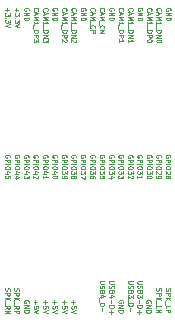
<source format=gto>
%TF.GenerationSoftware,KiCad,Pcbnew,8.0.4*%
%TF.CreationDate,2025-01-31T00:42:38+01:00*%
%TF.ProjectId,uconsole-expansion-card-template,75636f6e-736f-46c6-952d-657870616e73,0.1*%
%TF.SameCoordinates,Original*%
%TF.FileFunction,Legend,Top*%
%TF.FilePolarity,Positive*%
%FSLAX46Y46*%
G04 Gerber Fmt 4.6, Leading zero omitted, Abs format (unit mm)*
G04 Created by KiCad (PCBNEW 8.0.4) date 2025-01-31 00:42:38*
%MOMM*%
%LPD*%
G01*
G04 APERTURE LIST*
%ADD10C,0.100000*%
G04 APERTURE END LIST*
D10*
X110976104Y-111800550D02*
X110995152Y-111762455D01*
X110995152Y-111762455D02*
X110995152Y-111705312D01*
X110995152Y-111705312D02*
X110976104Y-111648169D01*
X110976104Y-111648169D02*
X110938009Y-111610074D01*
X110938009Y-111610074D02*
X110899914Y-111591027D01*
X110899914Y-111591027D02*
X110823723Y-111571979D01*
X110823723Y-111571979D02*
X110766580Y-111571979D01*
X110766580Y-111571979D02*
X110690390Y-111591027D01*
X110690390Y-111591027D02*
X110652295Y-111610074D01*
X110652295Y-111610074D02*
X110614200Y-111648169D01*
X110614200Y-111648169D02*
X110595152Y-111705312D01*
X110595152Y-111705312D02*
X110595152Y-111743408D01*
X110595152Y-111743408D02*
X110614200Y-111800550D01*
X110614200Y-111800550D02*
X110633247Y-111819598D01*
X110633247Y-111819598D02*
X110766580Y-111819598D01*
X110766580Y-111819598D02*
X110766580Y-111743408D01*
X110595152Y-111991027D02*
X110995152Y-111991027D01*
X110995152Y-111991027D02*
X110595152Y-112219598D01*
X110595152Y-112219598D02*
X110995152Y-112219598D01*
X110595152Y-112410075D02*
X110995152Y-112410075D01*
X110995152Y-112410075D02*
X110995152Y-112505313D01*
X110995152Y-112505313D02*
X110976104Y-112562456D01*
X110976104Y-112562456D02*
X110938009Y-112600551D01*
X110938009Y-112600551D02*
X110899914Y-112619598D01*
X110899914Y-112619598D02*
X110823723Y-112638646D01*
X110823723Y-112638646D02*
X110766580Y-112638646D01*
X110766580Y-112638646D02*
X110690390Y-112619598D01*
X110690390Y-112619598D02*
X110652295Y-112600551D01*
X110652295Y-112600551D02*
X110614200Y-112562456D01*
X110614200Y-112562456D02*
X110595152Y-112505313D01*
X110595152Y-112505313D02*
X110595152Y-112410075D01*
X112265200Y-110555979D02*
X112246152Y-110613122D01*
X112246152Y-110613122D02*
X112246152Y-110708360D01*
X112246152Y-110708360D02*
X112265200Y-110746455D01*
X112265200Y-110746455D02*
X112284247Y-110765503D01*
X112284247Y-110765503D02*
X112322342Y-110784550D01*
X112322342Y-110784550D02*
X112360438Y-110784550D01*
X112360438Y-110784550D02*
X112398533Y-110765503D01*
X112398533Y-110765503D02*
X112417580Y-110746455D01*
X112417580Y-110746455D02*
X112436628Y-110708360D01*
X112436628Y-110708360D02*
X112455676Y-110632169D01*
X112455676Y-110632169D02*
X112474723Y-110594074D01*
X112474723Y-110594074D02*
X112493771Y-110575027D01*
X112493771Y-110575027D02*
X112531866Y-110555979D01*
X112531866Y-110555979D02*
X112569961Y-110555979D01*
X112569961Y-110555979D02*
X112608057Y-110575027D01*
X112608057Y-110575027D02*
X112627104Y-110594074D01*
X112627104Y-110594074D02*
X112646152Y-110632169D01*
X112646152Y-110632169D02*
X112646152Y-110727408D01*
X112646152Y-110727408D02*
X112627104Y-110784550D01*
X112246152Y-110955979D02*
X112646152Y-110955979D01*
X112646152Y-110955979D02*
X112646152Y-111108360D01*
X112646152Y-111108360D02*
X112627104Y-111146455D01*
X112627104Y-111146455D02*
X112608057Y-111165502D01*
X112608057Y-111165502D02*
X112569961Y-111184550D01*
X112569961Y-111184550D02*
X112512819Y-111184550D01*
X112512819Y-111184550D02*
X112474723Y-111165502D01*
X112474723Y-111165502D02*
X112455676Y-111146455D01*
X112455676Y-111146455D02*
X112436628Y-111108360D01*
X112436628Y-111108360D02*
X112436628Y-110955979D01*
X112246152Y-111355979D02*
X112646152Y-111355979D01*
X112246152Y-111584550D02*
X112474723Y-111413121D01*
X112646152Y-111584550D02*
X112417580Y-111355979D01*
X112208057Y-111660741D02*
X112208057Y-111965502D01*
X112246152Y-112251217D02*
X112246152Y-112060741D01*
X112246152Y-112060741D02*
X112646152Y-112060741D01*
X112246152Y-112384551D02*
X112646152Y-112384551D01*
X112646152Y-112384551D02*
X112646152Y-112536932D01*
X112646152Y-112536932D02*
X112627104Y-112575027D01*
X112627104Y-112575027D02*
X112608057Y-112594074D01*
X112608057Y-112594074D02*
X112569961Y-112613122D01*
X112569961Y-112613122D02*
X112512819Y-112613122D01*
X112512819Y-112613122D02*
X112474723Y-112594074D01*
X112474723Y-112594074D02*
X112455676Y-112575027D01*
X112455676Y-112575027D02*
X112436628Y-112536932D01*
X112436628Y-112536932D02*
X112436628Y-112384551D01*
X98676200Y-110555979D02*
X98657152Y-110613122D01*
X98657152Y-110613122D02*
X98657152Y-110708360D01*
X98657152Y-110708360D02*
X98676200Y-110746455D01*
X98676200Y-110746455D02*
X98695247Y-110765503D01*
X98695247Y-110765503D02*
X98733342Y-110784550D01*
X98733342Y-110784550D02*
X98771438Y-110784550D01*
X98771438Y-110784550D02*
X98809533Y-110765503D01*
X98809533Y-110765503D02*
X98828580Y-110746455D01*
X98828580Y-110746455D02*
X98847628Y-110708360D01*
X98847628Y-110708360D02*
X98866676Y-110632169D01*
X98866676Y-110632169D02*
X98885723Y-110594074D01*
X98885723Y-110594074D02*
X98904771Y-110575027D01*
X98904771Y-110575027D02*
X98942866Y-110555979D01*
X98942866Y-110555979D02*
X98980961Y-110555979D01*
X98980961Y-110555979D02*
X99019057Y-110575027D01*
X99019057Y-110575027D02*
X99038104Y-110594074D01*
X99038104Y-110594074D02*
X99057152Y-110632169D01*
X99057152Y-110632169D02*
X99057152Y-110727408D01*
X99057152Y-110727408D02*
X99038104Y-110784550D01*
X98657152Y-110955979D02*
X99057152Y-110955979D01*
X99057152Y-110955979D02*
X99057152Y-111108360D01*
X99057152Y-111108360D02*
X99038104Y-111146455D01*
X99038104Y-111146455D02*
X99019057Y-111165502D01*
X99019057Y-111165502D02*
X98980961Y-111184550D01*
X98980961Y-111184550D02*
X98923819Y-111184550D01*
X98923819Y-111184550D02*
X98885723Y-111165502D01*
X98885723Y-111165502D02*
X98866676Y-111146455D01*
X98866676Y-111146455D02*
X98847628Y-111108360D01*
X98847628Y-111108360D02*
X98847628Y-110955979D01*
X98657152Y-111355979D02*
X99057152Y-111355979D01*
X98657152Y-111584550D02*
X98885723Y-111413121D01*
X99057152Y-111584550D02*
X98828580Y-111355979D01*
X98619057Y-111660741D02*
X98619057Y-111965502D01*
X98657152Y-112289312D02*
X98847628Y-112155979D01*
X98657152Y-112060741D02*
X99057152Y-112060741D01*
X99057152Y-112060741D02*
X99057152Y-112213122D01*
X99057152Y-112213122D02*
X99038104Y-112251217D01*
X99038104Y-112251217D02*
X99019057Y-112270264D01*
X99019057Y-112270264D02*
X98980961Y-112289312D01*
X98980961Y-112289312D02*
X98923819Y-112289312D01*
X98923819Y-112289312D02*
X98885723Y-112270264D01*
X98885723Y-112270264D02*
X98866676Y-112251217D01*
X98866676Y-112251217D02*
X98847628Y-112213122D01*
X98847628Y-112213122D02*
X98847628Y-112060741D01*
X98657152Y-112460741D02*
X99057152Y-112460741D01*
X99057152Y-112460741D02*
X98657152Y-112689312D01*
X98657152Y-112689312D02*
X99057152Y-112689312D01*
X102009533Y-111591027D02*
X102009533Y-111895789D01*
X101857152Y-111743408D02*
X102161914Y-111743408D01*
X102257152Y-112276741D02*
X102257152Y-112086265D01*
X102257152Y-112086265D02*
X102066676Y-112067217D01*
X102066676Y-112067217D02*
X102085723Y-112086265D01*
X102085723Y-112086265D02*
X102104771Y-112124360D01*
X102104771Y-112124360D02*
X102104771Y-112219598D01*
X102104771Y-112219598D02*
X102085723Y-112257693D01*
X102085723Y-112257693D02*
X102066676Y-112276741D01*
X102066676Y-112276741D02*
X102028580Y-112295788D01*
X102028580Y-112295788D02*
X101933342Y-112295788D01*
X101933342Y-112295788D02*
X101895247Y-112276741D01*
X101895247Y-112276741D02*
X101876200Y-112257693D01*
X101876200Y-112257693D02*
X101857152Y-112219598D01*
X101857152Y-112219598D02*
X101857152Y-112124360D01*
X101857152Y-112124360D02*
X101876200Y-112086265D01*
X101876200Y-112086265D02*
X101895247Y-112067217D01*
X102257152Y-112410074D02*
X101857152Y-112543407D01*
X101857152Y-112543407D02*
X102257152Y-112676740D01*
X107838104Y-87035550D02*
X107857152Y-86997455D01*
X107857152Y-86997455D02*
X107857152Y-86940312D01*
X107857152Y-86940312D02*
X107838104Y-86883169D01*
X107838104Y-86883169D02*
X107800009Y-86845074D01*
X107800009Y-86845074D02*
X107761914Y-86826027D01*
X107761914Y-86826027D02*
X107685723Y-86806979D01*
X107685723Y-86806979D02*
X107628580Y-86806979D01*
X107628580Y-86806979D02*
X107552390Y-86826027D01*
X107552390Y-86826027D02*
X107514295Y-86845074D01*
X107514295Y-86845074D02*
X107476200Y-86883169D01*
X107476200Y-86883169D02*
X107457152Y-86940312D01*
X107457152Y-86940312D02*
X107457152Y-86978408D01*
X107457152Y-86978408D02*
X107476200Y-87035550D01*
X107476200Y-87035550D02*
X107495247Y-87054598D01*
X107495247Y-87054598D02*
X107628580Y-87054598D01*
X107628580Y-87054598D02*
X107628580Y-86978408D01*
X107457152Y-87226027D02*
X107857152Y-87226027D01*
X107857152Y-87226027D02*
X107457152Y-87454598D01*
X107457152Y-87454598D02*
X107857152Y-87454598D01*
X107457152Y-87645075D02*
X107857152Y-87645075D01*
X107857152Y-87645075D02*
X107857152Y-87740313D01*
X107857152Y-87740313D02*
X107838104Y-87797456D01*
X107838104Y-87797456D02*
X107800009Y-87835551D01*
X107800009Y-87835551D02*
X107761914Y-87854598D01*
X107761914Y-87854598D02*
X107685723Y-87873646D01*
X107685723Y-87873646D02*
X107628580Y-87873646D01*
X107628580Y-87873646D02*
X107552390Y-87854598D01*
X107552390Y-87854598D02*
X107514295Y-87835551D01*
X107514295Y-87835551D02*
X107476200Y-87797456D01*
X107476200Y-87797456D02*
X107457152Y-87740313D01*
X107457152Y-87740313D02*
X107457152Y-87645075D01*
X100638104Y-111800550D02*
X100657152Y-111762455D01*
X100657152Y-111762455D02*
X100657152Y-111705312D01*
X100657152Y-111705312D02*
X100638104Y-111648169D01*
X100638104Y-111648169D02*
X100600009Y-111610074D01*
X100600009Y-111610074D02*
X100561914Y-111591027D01*
X100561914Y-111591027D02*
X100485723Y-111571979D01*
X100485723Y-111571979D02*
X100428580Y-111571979D01*
X100428580Y-111571979D02*
X100352390Y-111591027D01*
X100352390Y-111591027D02*
X100314295Y-111610074D01*
X100314295Y-111610074D02*
X100276200Y-111648169D01*
X100276200Y-111648169D02*
X100257152Y-111705312D01*
X100257152Y-111705312D02*
X100257152Y-111743408D01*
X100257152Y-111743408D02*
X100276200Y-111800550D01*
X100276200Y-111800550D02*
X100295247Y-111819598D01*
X100295247Y-111819598D02*
X100428580Y-111819598D01*
X100428580Y-111819598D02*
X100428580Y-111743408D01*
X100257152Y-111991027D02*
X100657152Y-111991027D01*
X100657152Y-111991027D02*
X100257152Y-112219598D01*
X100257152Y-112219598D02*
X100657152Y-112219598D01*
X100257152Y-112410075D02*
X100657152Y-112410075D01*
X100657152Y-112410075D02*
X100657152Y-112505313D01*
X100657152Y-112505313D02*
X100638104Y-112562456D01*
X100638104Y-112562456D02*
X100600009Y-112600551D01*
X100600009Y-112600551D02*
X100561914Y-112619598D01*
X100561914Y-112619598D02*
X100485723Y-112638646D01*
X100485723Y-112638646D02*
X100428580Y-112638646D01*
X100428580Y-112638646D02*
X100352390Y-112619598D01*
X100352390Y-112619598D02*
X100314295Y-112600551D01*
X100314295Y-112600551D02*
X100276200Y-112562456D01*
X100276200Y-112562456D02*
X100257152Y-112505313D01*
X100257152Y-112505313D02*
X100257152Y-112410075D01*
X112627104Y-99481550D02*
X112646152Y-99443455D01*
X112646152Y-99443455D02*
X112646152Y-99386312D01*
X112646152Y-99386312D02*
X112627104Y-99329169D01*
X112627104Y-99329169D02*
X112589009Y-99291074D01*
X112589009Y-99291074D02*
X112550914Y-99272027D01*
X112550914Y-99272027D02*
X112474723Y-99252979D01*
X112474723Y-99252979D02*
X112417580Y-99252979D01*
X112417580Y-99252979D02*
X112341390Y-99272027D01*
X112341390Y-99272027D02*
X112303295Y-99291074D01*
X112303295Y-99291074D02*
X112265200Y-99329169D01*
X112265200Y-99329169D02*
X112246152Y-99386312D01*
X112246152Y-99386312D02*
X112246152Y-99424408D01*
X112246152Y-99424408D02*
X112265200Y-99481550D01*
X112265200Y-99481550D02*
X112284247Y-99500598D01*
X112284247Y-99500598D02*
X112417580Y-99500598D01*
X112417580Y-99500598D02*
X112417580Y-99424408D01*
X112246152Y-99672027D02*
X112646152Y-99672027D01*
X112646152Y-99672027D02*
X112646152Y-99824408D01*
X112646152Y-99824408D02*
X112627104Y-99862503D01*
X112627104Y-99862503D02*
X112608057Y-99881550D01*
X112608057Y-99881550D02*
X112569961Y-99900598D01*
X112569961Y-99900598D02*
X112512819Y-99900598D01*
X112512819Y-99900598D02*
X112474723Y-99881550D01*
X112474723Y-99881550D02*
X112455676Y-99862503D01*
X112455676Y-99862503D02*
X112436628Y-99824408D01*
X112436628Y-99824408D02*
X112436628Y-99672027D01*
X112246152Y-100072027D02*
X112646152Y-100072027D01*
X112646152Y-100338693D02*
X112646152Y-100414884D01*
X112646152Y-100414884D02*
X112627104Y-100452979D01*
X112627104Y-100452979D02*
X112589009Y-100491074D01*
X112589009Y-100491074D02*
X112512819Y-100510122D01*
X112512819Y-100510122D02*
X112379485Y-100510122D01*
X112379485Y-100510122D02*
X112303295Y-100491074D01*
X112303295Y-100491074D02*
X112265200Y-100452979D01*
X112265200Y-100452979D02*
X112246152Y-100414884D01*
X112246152Y-100414884D02*
X112246152Y-100338693D01*
X112246152Y-100338693D02*
X112265200Y-100300598D01*
X112265200Y-100300598D02*
X112303295Y-100262503D01*
X112303295Y-100262503D02*
X112379485Y-100243455D01*
X112379485Y-100243455D02*
X112512819Y-100243455D01*
X112512819Y-100243455D02*
X112589009Y-100262503D01*
X112589009Y-100262503D02*
X112627104Y-100300598D01*
X112627104Y-100300598D02*
X112646152Y-100338693D01*
X112608057Y-100662503D02*
X112627104Y-100681551D01*
X112627104Y-100681551D02*
X112646152Y-100719646D01*
X112646152Y-100719646D02*
X112646152Y-100814884D01*
X112646152Y-100814884D02*
X112627104Y-100852979D01*
X112627104Y-100852979D02*
X112608057Y-100872027D01*
X112608057Y-100872027D02*
X112569961Y-100891074D01*
X112569961Y-100891074D02*
X112531866Y-100891074D01*
X112531866Y-100891074D02*
X112474723Y-100872027D01*
X112474723Y-100872027D02*
X112246152Y-100643455D01*
X112246152Y-100643455D02*
X112246152Y-100891074D01*
X112474723Y-101119645D02*
X112493771Y-101081550D01*
X112493771Y-101081550D02*
X112512819Y-101062503D01*
X112512819Y-101062503D02*
X112550914Y-101043455D01*
X112550914Y-101043455D02*
X112569961Y-101043455D01*
X112569961Y-101043455D02*
X112608057Y-101062503D01*
X112608057Y-101062503D02*
X112627104Y-101081550D01*
X112627104Y-101081550D02*
X112646152Y-101119645D01*
X112646152Y-101119645D02*
X112646152Y-101195836D01*
X112646152Y-101195836D02*
X112627104Y-101233931D01*
X112627104Y-101233931D02*
X112608057Y-101252979D01*
X112608057Y-101252979D02*
X112569961Y-101272026D01*
X112569961Y-101272026D02*
X112550914Y-101272026D01*
X112550914Y-101272026D02*
X112512819Y-101252979D01*
X112512819Y-101252979D02*
X112493771Y-101233931D01*
X112493771Y-101233931D02*
X112474723Y-101195836D01*
X112474723Y-101195836D02*
X112474723Y-101119645D01*
X112474723Y-101119645D02*
X112455676Y-101081550D01*
X112455676Y-101081550D02*
X112436628Y-101062503D01*
X112436628Y-101062503D02*
X112398533Y-101043455D01*
X112398533Y-101043455D02*
X112322342Y-101043455D01*
X112322342Y-101043455D02*
X112284247Y-101062503D01*
X112284247Y-101062503D02*
X112265200Y-101081550D01*
X112265200Y-101081550D02*
X112246152Y-101119645D01*
X112246152Y-101119645D02*
X112246152Y-101195836D01*
X112246152Y-101195836D02*
X112265200Y-101233931D01*
X112265200Y-101233931D02*
X112284247Y-101252979D01*
X112284247Y-101252979D02*
X112322342Y-101272026D01*
X112322342Y-101272026D02*
X112398533Y-101272026D01*
X112398533Y-101272026D02*
X112436628Y-101252979D01*
X112436628Y-101252979D02*
X112455676Y-101233931D01*
X112455676Y-101233931D02*
X112474723Y-101195836D01*
X107058152Y-109940027D02*
X106734342Y-109940027D01*
X106734342Y-109940027D02*
X106696247Y-109959074D01*
X106696247Y-109959074D02*
X106677200Y-109978122D01*
X106677200Y-109978122D02*
X106658152Y-110016217D01*
X106658152Y-110016217D02*
X106658152Y-110092408D01*
X106658152Y-110092408D02*
X106677200Y-110130503D01*
X106677200Y-110130503D02*
X106696247Y-110149550D01*
X106696247Y-110149550D02*
X106734342Y-110168598D01*
X106734342Y-110168598D02*
X107058152Y-110168598D01*
X106677200Y-110340027D02*
X106658152Y-110397170D01*
X106658152Y-110397170D02*
X106658152Y-110492408D01*
X106658152Y-110492408D02*
X106677200Y-110530503D01*
X106677200Y-110530503D02*
X106696247Y-110549551D01*
X106696247Y-110549551D02*
X106734342Y-110568598D01*
X106734342Y-110568598D02*
X106772438Y-110568598D01*
X106772438Y-110568598D02*
X106810533Y-110549551D01*
X106810533Y-110549551D02*
X106829580Y-110530503D01*
X106829580Y-110530503D02*
X106848628Y-110492408D01*
X106848628Y-110492408D02*
X106867676Y-110416217D01*
X106867676Y-110416217D02*
X106886723Y-110378122D01*
X106886723Y-110378122D02*
X106905771Y-110359075D01*
X106905771Y-110359075D02*
X106943866Y-110340027D01*
X106943866Y-110340027D02*
X106981961Y-110340027D01*
X106981961Y-110340027D02*
X107020057Y-110359075D01*
X107020057Y-110359075D02*
X107039104Y-110378122D01*
X107039104Y-110378122D02*
X107058152Y-110416217D01*
X107058152Y-110416217D02*
X107058152Y-110511456D01*
X107058152Y-110511456D02*
X107039104Y-110568598D01*
X106867676Y-110873360D02*
X106848628Y-110930503D01*
X106848628Y-110930503D02*
X106829580Y-110949550D01*
X106829580Y-110949550D02*
X106791485Y-110968598D01*
X106791485Y-110968598D02*
X106734342Y-110968598D01*
X106734342Y-110968598D02*
X106696247Y-110949550D01*
X106696247Y-110949550D02*
X106677200Y-110930503D01*
X106677200Y-110930503D02*
X106658152Y-110892408D01*
X106658152Y-110892408D02*
X106658152Y-110740027D01*
X106658152Y-110740027D02*
X107058152Y-110740027D01*
X107058152Y-110740027D02*
X107058152Y-110873360D01*
X107058152Y-110873360D02*
X107039104Y-110911455D01*
X107039104Y-110911455D02*
X107020057Y-110930503D01*
X107020057Y-110930503D02*
X106981961Y-110949550D01*
X106981961Y-110949550D02*
X106943866Y-110949550D01*
X106943866Y-110949550D02*
X106905771Y-110930503D01*
X106905771Y-110930503D02*
X106886723Y-110911455D01*
X106886723Y-110911455D02*
X106867676Y-110873360D01*
X106867676Y-110873360D02*
X106867676Y-110740027D01*
X106924819Y-111311455D02*
X106658152Y-111311455D01*
X107077200Y-111216217D02*
X106791485Y-111120979D01*
X106791485Y-111120979D02*
X106791485Y-111368598D01*
X106620057Y-111425741D02*
X106620057Y-111730502D01*
X106658152Y-111825741D02*
X107058152Y-111825741D01*
X107058152Y-111825741D02*
X107058152Y-111920979D01*
X107058152Y-111920979D02*
X107039104Y-111978122D01*
X107039104Y-111978122D02*
X107001009Y-112016217D01*
X107001009Y-112016217D02*
X106962914Y-112035264D01*
X106962914Y-112035264D02*
X106886723Y-112054312D01*
X106886723Y-112054312D02*
X106829580Y-112054312D01*
X106829580Y-112054312D02*
X106753390Y-112035264D01*
X106753390Y-112035264D02*
X106715295Y-112016217D01*
X106715295Y-112016217D02*
X106677200Y-111978122D01*
X106677200Y-111978122D02*
X106658152Y-111920979D01*
X106658152Y-111920979D02*
X106658152Y-111825741D01*
X106810533Y-112225741D02*
X106810533Y-112530503D01*
X101427104Y-99481550D02*
X101446152Y-99443455D01*
X101446152Y-99443455D02*
X101446152Y-99386312D01*
X101446152Y-99386312D02*
X101427104Y-99329169D01*
X101427104Y-99329169D02*
X101389009Y-99291074D01*
X101389009Y-99291074D02*
X101350914Y-99272027D01*
X101350914Y-99272027D02*
X101274723Y-99252979D01*
X101274723Y-99252979D02*
X101217580Y-99252979D01*
X101217580Y-99252979D02*
X101141390Y-99272027D01*
X101141390Y-99272027D02*
X101103295Y-99291074D01*
X101103295Y-99291074D02*
X101065200Y-99329169D01*
X101065200Y-99329169D02*
X101046152Y-99386312D01*
X101046152Y-99386312D02*
X101046152Y-99424408D01*
X101046152Y-99424408D02*
X101065200Y-99481550D01*
X101065200Y-99481550D02*
X101084247Y-99500598D01*
X101084247Y-99500598D02*
X101217580Y-99500598D01*
X101217580Y-99500598D02*
X101217580Y-99424408D01*
X101046152Y-99672027D02*
X101446152Y-99672027D01*
X101446152Y-99672027D02*
X101446152Y-99824408D01*
X101446152Y-99824408D02*
X101427104Y-99862503D01*
X101427104Y-99862503D02*
X101408057Y-99881550D01*
X101408057Y-99881550D02*
X101369961Y-99900598D01*
X101369961Y-99900598D02*
X101312819Y-99900598D01*
X101312819Y-99900598D02*
X101274723Y-99881550D01*
X101274723Y-99881550D02*
X101255676Y-99862503D01*
X101255676Y-99862503D02*
X101236628Y-99824408D01*
X101236628Y-99824408D02*
X101236628Y-99672027D01*
X101046152Y-100072027D02*
X101446152Y-100072027D01*
X101446152Y-100338693D02*
X101446152Y-100414884D01*
X101446152Y-100414884D02*
X101427104Y-100452979D01*
X101427104Y-100452979D02*
X101389009Y-100491074D01*
X101389009Y-100491074D02*
X101312819Y-100510122D01*
X101312819Y-100510122D02*
X101179485Y-100510122D01*
X101179485Y-100510122D02*
X101103295Y-100491074D01*
X101103295Y-100491074D02*
X101065200Y-100452979D01*
X101065200Y-100452979D02*
X101046152Y-100414884D01*
X101046152Y-100414884D02*
X101046152Y-100338693D01*
X101046152Y-100338693D02*
X101065200Y-100300598D01*
X101065200Y-100300598D02*
X101103295Y-100262503D01*
X101103295Y-100262503D02*
X101179485Y-100243455D01*
X101179485Y-100243455D02*
X101312819Y-100243455D01*
X101312819Y-100243455D02*
X101389009Y-100262503D01*
X101389009Y-100262503D02*
X101427104Y-100300598D01*
X101427104Y-100300598D02*
X101446152Y-100338693D01*
X101312819Y-100852979D02*
X101046152Y-100852979D01*
X101465200Y-100757741D02*
X101179485Y-100662503D01*
X101179485Y-100662503D02*
X101179485Y-100910122D01*
X101408057Y-101043455D02*
X101427104Y-101062503D01*
X101427104Y-101062503D02*
X101446152Y-101100598D01*
X101446152Y-101100598D02*
X101446152Y-101195836D01*
X101446152Y-101195836D02*
X101427104Y-101233931D01*
X101427104Y-101233931D02*
X101408057Y-101252979D01*
X101408057Y-101252979D02*
X101369961Y-101272026D01*
X101369961Y-101272026D02*
X101331866Y-101272026D01*
X101331866Y-101272026D02*
X101274723Y-101252979D01*
X101274723Y-101252979D02*
X101046152Y-101024407D01*
X101046152Y-101024407D02*
X101046152Y-101272026D01*
X102227104Y-99481550D02*
X102246152Y-99443455D01*
X102246152Y-99443455D02*
X102246152Y-99386312D01*
X102246152Y-99386312D02*
X102227104Y-99329169D01*
X102227104Y-99329169D02*
X102189009Y-99291074D01*
X102189009Y-99291074D02*
X102150914Y-99272027D01*
X102150914Y-99272027D02*
X102074723Y-99252979D01*
X102074723Y-99252979D02*
X102017580Y-99252979D01*
X102017580Y-99252979D02*
X101941390Y-99272027D01*
X101941390Y-99272027D02*
X101903295Y-99291074D01*
X101903295Y-99291074D02*
X101865200Y-99329169D01*
X101865200Y-99329169D02*
X101846152Y-99386312D01*
X101846152Y-99386312D02*
X101846152Y-99424408D01*
X101846152Y-99424408D02*
X101865200Y-99481550D01*
X101865200Y-99481550D02*
X101884247Y-99500598D01*
X101884247Y-99500598D02*
X102017580Y-99500598D01*
X102017580Y-99500598D02*
X102017580Y-99424408D01*
X101846152Y-99672027D02*
X102246152Y-99672027D01*
X102246152Y-99672027D02*
X102246152Y-99824408D01*
X102246152Y-99824408D02*
X102227104Y-99862503D01*
X102227104Y-99862503D02*
X102208057Y-99881550D01*
X102208057Y-99881550D02*
X102169961Y-99900598D01*
X102169961Y-99900598D02*
X102112819Y-99900598D01*
X102112819Y-99900598D02*
X102074723Y-99881550D01*
X102074723Y-99881550D02*
X102055676Y-99862503D01*
X102055676Y-99862503D02*
X102036628Y-99824408D01*
X102036628Y-99824408D02*
X102036628Y-99672027D01*
X101846152Y-100072027D02*
X102246152Y-100072027D01*
X102246152Y-100338693D02*
X102246152Y-100414884D01*
X102246152Y-100414884D02*
X102227104Y-100452979D01*
X102227104Y-100452979D02*
X102189009Y-100491074D01*
X102189009Y-100491074D02*
X102112819Y-100510122D01*
X102112819Y-100510122D02*
X101979485Y-100510122D01*
X101979485Y-100510122D02*
X101903295Y-100491074D01*
X101903295Y-100491074D02*
X101865200Y-100452979D01*
X101865200Y-100452979D02*
X101846152Y-100414884D01*
X101846152Y-100414884D02*
X101846152Y-100338693D01*
X101846152Y-100338693D02*
X101865200Y-100300598D01*
X101865200Y-100300598D02*
X101903295Y-100262503D01*
X101903295Y-100262503D02*
X101979485Y-100243455D01*
X101979485Y-100243455D02*
X102112819Y-100243455D01*
X102112819Y-100243455D02*
X102189009Y-100262503D01*
X102189009Y-100262503D02*
X102227104Y-100300598D01*
X102227104Y-100300598D02*
X102246152Y-100338693D01*
X102112819Y-100852979D02*
X101846152Y-100852979D01*
X102265200Y-100757741D02*
X101979485Y-100662503D01*
X101979485Y-100662503D02*
X101979485Y-100910122D01*
X101846152Y-101272026D02*
X101846152Y-101043455D01*
X101846152Y-101157741D02*
X102246152Y-101157741D01*
X102246152Y-101157741D02*
X102189009Y-101119645D01*
X102189009Y-101119645D02*
X102150914Y-101081550D01*
X102150914Y-101081550D02*
X102131866Y-101043455D01*
X111027104Y-99481550D02*
X111046152Y-99443455D01*
X111046152Y-99443455D02*
X111046152Y-99386312D01*
X111046152Y-99386312D02*
X111027104Y-99329169D01*
X111027104Y-99329169D02*
X110989009Y-99291074D01*
X110989009Y-99291074D02*
X110950914Y-99272027D01*
X110950914Y-99272027D02*
X110874723Y-99252979D01*
X110874723Y-99252979D02*
X110817580Y-99252979D01*
X110817580Y-99252979D02*
X110741390Y-99272027D01*
X110741390Y-99272027D02*
X110703295Y-99291074D01*
X110703295Y-99291074D02*
X110665200Y-99329169D01*
X110665200Y-99329169D02*
X110646152Y-99386312D01*
X110646152Y-99386312D02*
X110646152Y-99424408D01*
X110646152Y-99424408D02*
X110665200Y-99481550D01*
X110665200Y-99481550D02*
X110684247Y-99500598D01*
X110684247Y-99500598D02*
X110817580Y-99500598D01*
X110817580Y-99500598D02*
X110817580Y-99424408D01*
X110646152Y-99672027D02*
X111046152Y-99672027D01*
X111046152Y-99672027D02*
X111046152Y-99824408D01*
X111046152Y-99824408D02*
X111027104Y-99862503D01*
X111027104Y-99862503D02*
X111008057Y-99881550D01*
X111008057Y-99881550D02*
X110969961Y-99900598D01*
X110969961Y-99900598D02*
X110912819Y-99900598D01*
X110912819Y-99900598D02*
X110874723Y-99881550D01*
X110874723Y-99881550D02*
X110855676Y-99862503D01*
X110855676Y-99862503D02*
X110836628Y-99824408D01*
X110836628Y-99824408D02*
X110836628Y-99672027D01*
X110646152Y-100072027D02*
X111046152Y-100072027D01*
X111046152Y-100338693D02*
X111046152Y-100414884D01*
X111046152Y-100414884D02*
X111027104Y-100452979D01*
X111027104Y-100452979D02*
X110989009Y-100491074D01*
X110989009Y-100491074D02*
X110912819Y-100510122D01*
X110912819Y-100510122D02*
X110779485Y-100510122D01*
X110779485Y-100510122D02*
X110703295Y-100491074D01*
X110703295Y-100491074D02*
X110665200Y-100452979D01*
X110665200Y-100452979D02*
X110646152Y-100414884D01*
X110646152Y-100414884D02*
X110646152Y-100338693D01*
X110646152Y-100338693D02*
X110665200Y-100300598D01*
X110665200Y-100300598D02*
X110703295Y-100262503D01*
X110703295Y-100262503D02*
X110779485Y-100243455D01*
X110779485Y-100243455D02*
X110912819Y-100243455D01*
X110912819Y-100243455D02*
X110989009Y-100262503D01*
X110989009Y-100262503D02*
X111027104Y-100300598D01*
X111027104Y-100300598D02*
X111046152Y-100338693D01*
X111046152Y-100643455D02*
X111046152Y-100891074D01*
X111046152Y-100891074D02*
X110893771Y-100757741D01*
X110893771Y-100757741D02*
X110893771Y-100814884D01*
X110893771Y-100814884D02*
X110874723Y-100852979D01*
X110874723Y-100852979D02*
X110855676Y-100872027D01*
X110855676Y-100872027D02*
X110817580Y-100891074D01*
X110817580Y-100891074D02*
X110722342Y-100891074D01*
X110722342Y-100891074D02*
X110684247Y-100872027D01*
X110684247Y-100872027D02*
X110665200Y-100852979D01*
X110665200Y-100852979D02*
X110646152Y-100814884D01*
X110646152Y-100814884D02*
X110646152Y-100700598D01*
X110646152Y-100700598D02*
X110665200Y-100662503D01*
X110665200Y-100662503D02*
X110684247Y-100643455D01*
X111046152Y-101138693D02*
X111046152Y-101176788D01*
X111046152Y-101176788D02*
X111027104Y-101214884D01*
X111027104Y-101214884D02*
X111008057Y-101233931D01*
X111008057Y-101233931D02*
X110969961Y-101252979D01*
X110969961Y-101252979D02*
X110893771Y-101272026D01*
X110893771Y-101272026D02*
X110798533Y-101272026D01*
X110798533Y-101272026D02*
X110722342Y-101252979D01*
X110722342Y-101252979D02*
X110684247Y-101233931D01*
X110684247Y-101233931D02*
X110665200Y-101214884D01*
X110665200Y-101214884D02*
X110646152Y-101176788D01*
X110646152Y-101176788D02*
X110646152Y-101138693D01*
X110646152Y-101138693D02*
X110665200Y-101100598D01*
X110665200Y-101100598D02*
X110684247Y-101081550D01*
X110684247Y-101081550D02*
X110722342Y-101062503D01*
X110722342Y-101062503D02*
X110798533Y-101043455D01*
X110798533Y-101043455D02*
X110893771Y-101043455D01*
X110893771Y-101043455D02*
X110969961Y-101062503D01*
X110969961Y-101062503D02*
X111008057Y-101081550D01*
X111008057Y-101081550D02*
X111027104Y-101100598D01*
X111027104Y-101100598D02*
X111046152Y-101138693D01*
X111495247Y-87054598D02*
X111476200Y-87035550D01*
X111476200Y-87035550D02*
X111457152Y-86978408D01*
X111457152Y-86978408D02*
X111457152Y-86940312D01*
X111457152Y-86940312D02*
X111476200Y-86883169D01*
X111476200Y-86883169D02*
X111514295Y-86845074D01*
X111514295Y-86845074D02*
X111552390Y-86826027D01*
X111552390Y-86826027D02*
X111628580Y-86806979D01*
X111628580Y-86806979D02*
X111685723Y-86806979D01*
X111685723Y-86806979D02*
X111761914Y-86826027D01*
X111761914Y-86826027D02*
X111800009Y-86845074D01*
X111800009Y-86845074D02*
X111838104Y-86883169D01*
X111838104Y-86883169D02*
X111857152Y-86940312D01*
X111857152Y-86940312D02*
X111857152Y-86978408D01*
X111857152Y-86978408D02*
X111838104Y-87035550D01*
X111838104Y-87035550D02*
X111819057Y-87054598D01*
X111571438Y-87206979D02*
X111571438Y-87397455D01*
X111457152Y-87168884D02*
X111857152Y-87302217D01*
X111857152Y-87302217D02*
X111457152Y-87435550D01*
X111457152Y-87568884D02*
X111857152Y-87568884D01*
X111857152Y-87568884D02*
X111571438Y-87702217D01*
X111571438Y-87702217D02*
X111857152Y-87835550D01*
X111857152Y-87835550D02*
X111457152Y-87835550D01*
X111457152Y-88235550D02*
X111457152Y-88006979D01*
X111457152Y-88121265D02*
X111857152Y-88121265D01*
X111857152Y-88121265D02*
X111800009Y-88083169D01*
X111800009Y-88083169D02*
X111761914Y-88045074D01*
X111761914Y-88045074D02*
X111742866Y-88006979D01*
X111419057Y-88311741D02*
X111419057Y-88616502D01*
X111457152Y-88711741D02*
X111857152Y-88711741D01*
X111857152Y-88711741D02*
X111857152Y-88806979D01*
X111857152Y-88806979D02*
X111838104Y-88864122D01*
X111838104Y-88864122D02*
X111800009Y-88902217D01*
X111800009Y-88902217D02*
X111761914Y-88921264D01*
X111761914Y-88921264D02*
X111685723Y-88940312D01*
X111685723Y-88940312D02*
X111628580Y-88940312D01*
X111628580Y-88940312D02*
X111552390Y-88921264D01*
X111552390Y-88921264D02*
X111514295Y-88902217D01*
X111514295Y-88902217D02*
X111476200Y-88864122D01*
X111476200Y-88864122D02*
X111457152Y-88806979D01*
X111457152Y-88806979D02*
X111457152Y-88711741D01*
X111457152Y-89111741D02*
X111857152Y-89111741D01*
X111857152Y-89111741D02*
X111457152Y-89340312D01*
X111457152Y-89340312D02*
X111857152Y-89340312D01*
X111857152Y-89606979D02*
X111857152Y-89645074D01*
X111857152Y-89645074D02*
X111838104Y-89683170D01*
X111838104Y-89683170D02*
X111819057Y-89702217D01*
X111819057Y-89702217D02*
X111780961Y-89721265D01*
X111780961Y-89721265D02*
X111704771Y-89740312D01*
X111704771Y-89740312D02*
X111609533Y-89740312D01*
X111609533Y-89740312D02*
X111533342Y-89721265D01*
X111533342Y-89721265D02*
X111495247Y-89702217D01*
X111495247Y-89702217D02*
X111476200Y-89683170D01*
X111476200Y-89683170D02*
X111457152Y-89645074D01*
X111457152Y-89645074D02*
X111457152Y-89606979D01*
X111457152Y-89606979D02*
X111476200Y-89568884D01*
X111476200Y-89568884D02*
X111495247Y-89549836D01*
X111495247Y-89549836D02*
X111533342Y-89530789D01*
X111533342Y-89530789D02*
X111609533Y-89511741D01*
X111609533Y-89511741D02*
X111704771Y-89511741D01*
X111704771Y-89511741D02*
X111780961Y-89530789D01*
X111780961Y-89530789D02*
X111819057Y-89549836D01*
X111819057Y-89549836D02*
X111838104Y-89568884D01*
X111838104Y-89568884D02*
X111857152Y-89606979D01*
X103609533Y-111591027D02*
X103609533Y-111895789D01*
X103457152Y-111743408D02*
X103761914Y-111743408D01*
X103857152Y-112276741D02*
X103857152Y-112086265D01*
X103857152Y-112086265D02*
X103666676Y-112067217D01*
X103666676Y-112067217D02*
X103685723Y-112086265D01*
X103685723Y-112086265D02*
X103704771Y-112124360D01*
X103704771Y-112124360D02*
X103704771Y-112219598D01*
X103704771Y-112219598D02*
X103685723Y-112257693D01*
X103685723Y-112257693D02*
X103666676Y-112276741D01*
X103666676Y-112276741D02*
X103628580Y-112295788D01*
X103628580Y-112295788D02*
X103533342Y-112295788D01*
X103533342Y-112295788D02*
X103495247Y-112276741D01*
X103495247Y-112276741D02*
X103476200Y-112257693D01*
X103476200Y-112257693D02*
X103457152Y-112219598D01*
X103457152Y-112219598D02*
X103457152Y-112124360D01*
X103457152Y-112124360D02*
X103476200Y-112086265D01*
X103476200Y-112086265D02*
X103495247Y-112067217D01*
X103857152Y-112410074D02*
X103457152Y-112543407D01*
X103457152Y-112543407D02*
X103857152Y-112676740D01*
X101209533Y-111591027D02*
X101209533Y-111895789D01*
X101057152Y-111743408D02*
X101361914Y-111743408D01*
X101457152Y-112276741D02*
X101457152Y-112086265D01*
X101457152Y-112086265D02*
X101266676Y-112067217D01*
X101266676Y-112067217D02*
X101285723Y-112086265D01*
X101285723Y-112086265D02*
X101304771Y-112124360D01*
X101304771Y-112124360D02*
X101304771Y-112219598D01*
X101304771Y-112219598D02*
X101285723Y-112257693D01*
X101285723Y-112257693D02*
X101266676Y-112276741D01*
X101266676Y-112276741D02*
X101228580Y-112295788D01*
X101228580Y-112295788D02*
X101133342Y-112295788D01*
X101133342Y-112295788D02*
X101095247Y-112276741D01*
X101095247Y-112276741D02*
X101076200Y-112257693D01*
X101076200Y-112257693D02*
X101057152Y-112219598D01*
X101057152Y-112219598D02*
X101057152Y-112124360D01*
X101057152Y-112124360D02*
X101076200Y-112086265D01*
X101076200Y-112086265D02*
X101095247Y-112067217D01*
X101457152Y-112410074D02*
X101057152Y-112543407D01*
X101057152Y-112543407D02*
X101457152Y-112676740D01*
X103027104Y-99481550D02*
X103046152Y-99443455D01*
X103046152Y-99443455D02*
X103046152Y-99386312D01*
X103046152Y-99386312D02*
X103027104Y-99329169D01*
X103027104Y-99329169D02*
X102989009Y-99291074D01*
X102989009Y-99291074D02*
X102950914Y-99272027D01*
X102950914Y-99272027D02*
X102874723Y-99252979D01*
X102874723Y-99252979D02*
X102817580Y-99252979D01*
X102817580Y-99252979D02*
X102741390Y-99272027D01*
X102741390Y-99272027D02*
X102703295Y-99291074D01*
X102703295Y-99291074D02*
X102665200Y-99329169D01*
X102665200Y-99329169D02*
X102646152Y-99386312D01*
X102646152Y-99386312D02*
X102646152Y-99424408D01*
X102646152Y-99424408D02*
X102665200Y-99481550D01*
X102665200Y-99481550D02*
X102684247Y-99500598D01*
X102684247Y-99500598D02*
X102817580Y-99500598D01*
X102817580Y-99500598D02*
X102817580Y-99424408D01*
X102646152Y-99672027D02*
X103046152Y-99672027D01*
X103046152Y-99672027D02*
X103046152Y-99824408D01*
X103046152Y-99824408D02*
X103027104Y-99862503D01*
X103027104Y-99862503D02*
X103008057Y-99881550D01*
X103008057Y-99881550D02*
X102969961Y-99900598D01*
X102969961Y-99900598D02*
X102912819Y-99900598D01*
X102912819Y-99900598D02*
X102874723Y-99881550D01*
X102874723Y-99881550D02*
X102855676Y-99862503D01*
X102855676Y-99862503D02*
X102836628Y-99824408D01*
X102836628Y-99824408D02*
X102836628Y-99672027D01*
X102646152Y-100072027D02*
X103046152Y-100072027D01*
X103046152Y-100338693D02*
X103046152Y-100414884D01*
X103046152Y-100414884D02*
X103027104Y-100452979D01*
X103027104Y-100452979D02*
X102989009Y-100491074D01*
X102989009Y-100491074D02*
X102912819Y-100510122D01*
X102912819Y-100510122D02*
X102779485Y-100510122D01*
X102779485Y-100510122D02*
X102703295Y-100491074D01*
X102703295Y-100491074D02*
X102665200Y-100452979D01*
X102665200Y-100452979D02*
X102646152Y-100414884D01*
X102646152Y-100414884D02*
X102646152Y-100338693D01*
X102646152Y-100338693D02*
X102665200Y-100300598D01*
X102665200Y-100300598D02*
X102703295Y-100262503D01*
X102703295Y-100262503D02*
X102779485Y-100243455D01*
X102779485Y-100243455D02*
X102912819Y-100243455D01*
X102912819Y-100243455D02*
X102989009Y-100262503D01*
X102989009Y-100262503D02*
X103027104Y-100300598D01*
X103027104Y-100300598D02*
X103046152Y-100338693D01*
X102912819Y-100852979D02*
X102646152Y-100852979D01*
X103065200Y-100757741D02*
X102779485Y-100662503D01*
X102779485Y-100662503D02*
X102779485Y-100910122D01*
X103046152Y-101138693D02*
X103046152Y-101176788D01*
X103046152Y-101176788D02*
X103027104Y-101214884D01*
X103027104Y-101214884D02*
X103008057Y-101233931D01*
X103008057Y-101233931D02*
X102969961Y-101252979D01*
X102969961Y-101252979D02*
X102893771Y-101272026D01*
X102893771Y-101272026D02*
X102798533Y-101272026D01*
X102798533Y-101272026D02*
X102722342Y-101252979D01*
X102722342Y-101252979D02*
X102684247Y-101233931D01*
X102684247Y-101233931D02*
X102665200Y-101214884D01*
X102665200Y-101214884D02*
X102646152Y-101176788D01*
X102646152Y-101176788D02*
X102646152Y-101138693D01*
X102646152Y-101138693D02*
X102665200Y-101100598D01*
X102665200Y-101100598D02*
X102684247Y-101081550D01*
X102684247Y-101081550D02*
X102722342Y-101062503D01*
X102722342Y-101062503D02*
X102798533Y-101043455D01*
X102798533Y-101043455D02*
X102893771Y-101043455D01*
X102893771Y-101043455D02*
X102969961Y-101062503D01*
X102969961Y-101062503D02*
X103008057Y-101081550D01*
X103008057Y-101081550D02*
X103027104Y-101100598D01*
X103027104Y-101100598D02*
X103046152Y-101138693D01*
X108295247Y-87054598D02*
X108276200Y-87035550D01*
X108276200Y-87035550D02*
X108257152Y-86978408D01*
X108257152Y-86978408D02*
X108257152Y-86940312D01*
X108257152Y-86940312D02*
X108276200Y-86883169D01*
X108276200Y-86883169D02*
X108314295Y-86845074D01*
X108314295Y-86845074D02*
X108352390Y-86826027D01*
X108352390Y-86826027D02*
X108428580Y-86806979D01*
X108428580Y-86806979D02*
X108485723Y-86806979D01*
X108485723Y-86806979D02*
X108561914Y-86826027D01*
X108561914Y-86826027D02*
X108600009Y-86845074D01*
X108600009Y-86845074D02*
X108638104Y-86883169D01*
X108638104Y-86883169D02*
X108657152Y-86940312D01*
X108657152Y-86940312D02*
X108657152Y-86978408D01*
X108657152Y-86978408D02*
X108638104Y-87035550D01*
X108638104Y-87035550D02*
X108619057Y-87054598D01*
X108371438Y-87206979D02*
X108371438Y-87397455D01*
X108257152Y-87168884D02*
X108657152Y-87302217D01*
X108657152Y-87302217D02*
X108257152Y-87435550D01*
X108257152Y-87568884D02*
X108657152Y-87568884D01*
X108657152Y-87568884D02*
X108371438Y-87702217D01*
X108371438Y-87702217D02*
X108657152Y-87835550D01*
X108657152Y-87835550D02*
X108257152Y-87835550D01*
X108257152Y-88235550D02*
X108257152Y-88006979D01*
X108257152Y-88121265D02*
X108657152Y-88121265D01*
X108657152Y-88121265D02*
X108600009Y-88083169D01*
X108600009Y-88083169D02*
X108561914Y-88045074D01*
X108561914Y-88045074D02*
X108542866Y-88006979D01*
X108219057Y-88311741D02*
X108219057Y-88616502D01*
X108257152Y-88711741D02*
X108657152Y-88711741D01*
X108657152Y-88711741D02*
X108657152Y-88806979D01*
X108657152Y-88806979D02*
X108638104Y-88864122D01*
X108638104Y-88864122D02*
X108600009Y-88902217D01*
X108600009Y-88902217D02*
X108561914Y-88921264D01*
X108561914Y-88921264D02*
X108485723Y-88940312D01*
X108485723Y-88940312D02*
X108428580Y-88940312D01*
X108428580Y-88940312D02*
X108352390Y-88921264D01*
X108352390Y-88921264D02*
X108314295Y-88902217D01*
X108314295Y-88902217D02*
X108276200Y-88864122D01*
X108276200Y-88864122D02*
X108257152Y-88806979D01*
X108257152Y-88806979D02*
X108257152Y-88711741D01*
X108257152Y-89111741D02*
X108657152Y-89111741D01*
X108657152Y-89111741D02*
X108657152Y-89264122D01*
X108657152Y-89264122D02*
X108638104Y-89302217D01*
X108638104Y-89302217D02*
X108619057Y-89321264D01*
X108619057Y-89321264D02*
X108580961Y-89340312D01*
X108580961Y-89340312D02*
X108523819Y-89340312D01*
X108523819Y-89340312D02*
X108485723Y-89321264D01*
X108485723Y-89321264D02*
X108466676Y-89302217D01*
X108466676Y-89302217D02*
X108447628Y-89264122D01*
X108447628Y-89264122D02*
X108447628Y-89111741D01*
X108257152Y-89721264D02*
X108257152Y-89492693D01*
X108257152Y-89606979D02*
X108657152Y-89606979D01*
X108657152Y-89606979D02*
X108600009Y-89568883D01*
X108600009Y-89568883D02*
X108561914Y-89530788D01*
X108561914Y-89530788D02*
X108542866Y-89492693D01*
X103827104Y-99481550D02*
X103846152Y-99443455D01*
X103846152Y-99443455D02*
X103846152Y-99386312D01*
X103846152Y-99386312D02*
X103827104Y-99329169D01*
X103827104Y-99329169D02*
X103789009Y-99291074D01*
X103789009Y-99291074D02*
X103750914Y-99272027D01*
X103750914Y-99272027D02*
X103674723Y-99252979D01*
X103674723Y-99252979D02*
X103617580Y-99252979D01*
X103617580Y-99252979D02*
X103541390Y-99272027D01*
X103541390Y-99272027D02*
X103503295Y-99291074D01*
X103503295Y-99291074D02*
X103465200Y-99329169D01*
X103465200Y-99329169D02*
X103446152Y-99386312D01*
X103446152Y-99386312D02*
X103446152Y-99424408D01*
X103446152Y-99424408D02*
X103465200Y-99481550D01*
X103465200Y-99481550D02*
X103484247Y-99500598D01*
X103484247Y-99500598D02*
X103617580Y-99500598D01*
X103617580Y-99500598D02*
X103617580Y-99424408D01*
X103446152Y-99672027D02*
X103846152Y-99672027D01*
X103846152Y-99672027D02*
X103846152Y-99824408D01*
X103846152Y-99824408D02*
X103827104Y-99862503D01*
X103827104Y-99862503D02*
X103808057Y-99881550D01*
X103808057Y-99881550D02*
X103769961Y-99900598D01*
X103769961Y-99900598D02*
X103712819Y-99900598D01*
X103712819Y-99900598D02*
X103674723Y-99881550D01*
X103674723Y-99881550D02*
X103655676Y-99862503D01*
X103655676Y-99862503D02*
X103636628Y-99824408D01*
X103636628Y-99824408D02*
X103636628Y-99672027D01*
X103446152Y-100072027D02*
X103846152Y-100072027D01*
X103846152Y-100338693D02*
X103846152Y-100414884D01*
X103846152Y-100414884D02*
X103827104Y-100452979D01*
X103827104Y-100452979D02*
X103789009Y-100491074D01*
X103789009Y-100491074D02*
X103712819Y-100510122D01*
X103712819Y-100510122D02*
X103579485Y-100510122D01*
X103579485Y-100510122D02*
X103503295Y-100491074D01*
X103503295Y-100491074D02*
X103465200Y-100452979D01*
X103465200Y-100452979D02*
X103446152Y-100414884D01*
X103446152Y-100414884D02*
X103446152Y-100338693D01*
X103446152Y-100338693D02*
X103465200Y-100300598D01*
X103465200Y-100300598D02*
X103503295Y-100262503D01*
X103503295Y-100262503D02*
X103579485Y-100243455D01*
X103579485Y-100243455D02*
X103712819Y-100243455D01*
X103712819Y-100243455D02*
X103789009Y-100262503D01*
X103789009Y-100262503D02*
X103827104Y-100300598D01*
X103827104Y-100300598D02*
X103846152Y-100338693D01*
X103846152Y-100643455D02*
X103846152Y-100891074D01*
X103846152Y-100891074D02*
X103693771Y-100757741D01*
X103693771Y-100757741D02*
X103693771Y-100814884D01*
X103693771Y-100814884D02*
X103674723Y-100852979D01*
X103674723Y-100852979D02*
X103655676Y-100872027D01*
X103655676Y-100872027D02*
X103617580Y-100891074D01*
X103617580Y-100891074D02*
X103522342Y-100891074D01*
X103522342Y-100891074D02*
X103484247Y-100872027D01*
X103484247Y-100872027D02*
X103465200Y-100852979D01*
X103465200Y-100852979D02*
X103446152Y-100814884D01*
X103446152Y-100814884D02*
X103446152Y-100700598D01*
X103446152Y-100700598D02*
X103465200Y-100662503D01*
X103465200Y-100662503D02*
X103484247Y-100643455D01*
X103446152Y-101081550D02*
X103446152Y-101157741D01*
X103446152Y-101157741D02*
X103465200Y-101195836D01*
X103465200Y-101195836D02*
X103484247Y-101214884D01*
X103484247Y-101214884D02*
X103541390Y-101252979D01*
X103541390Y-101252979D02*
X103617580Y-101272026D01*
X103617580Y-101272026D02*
X103769961Y-101272026D01*
X103769961Y-101272026D02*
X103808057Y-101252979D01*
X103808057Y-101252979D02*
X103827104Y-101233931D01*
X103827104Y-101233931D02*
X103846152Y-101195836D01*
X103846152Y-101195836D02*
X103846152Y-101119645D01*
X103846152Y-101119645D02*
X103827104Y-101081550D01*
X103827104Y-101081550D02*
X103808057Y-101062503D01*
X103808057Y-101062503D02*
X103769961Y-101043455D01*
X103769961Y-101043455D02*
X103674723Y-101043455D01*
X103674723Y-101043455D02*
X103636628Y-101062503D01*
X103636628Y-101062503D02*
X103617580Y-101081550D01*
X103617580Y-101081550D02*
X103598533Y-101119645D01*
X103598533Y-101119645D02*
X103598533Y-101195836D01*
X103598533Y-101195836D02*
X103617580Y-101233931D01*
X103617580Y-101233931D02*
X103636628Y-101252979D01*
X103636628Y-101252979D02*
X103674723Y-101272026D01*
X99438200Y-110555979D02*
X99419152Y-110613122D01*
X99419152Y-110613122D02*
X99419152Y-110708360D01*
X99419152Y-110708360D02*
X99438200Y-110746455D01*
X99438200Y-110746455D02*
X99457247Y-110765503D01*
X99457247Y-110765503D02*
X99495342Y-110784550D01*
X99495342Y-110784550D02*
X99533438Y-110784550D01*
X99533438Y-110784550D02*
X99571533Y-110765503D01*
X99571533Y-110765503D02*
X99590580Y-110746455D01*
X99590580Y-110746455D02*
X99609628Y-110708360D01*
X99609628Y-110708360D02*
X99628676Y-110632169D01*
X99628676Y-110632169D02*
X99647723Y-110594074D01*
X99647723Y-110594074D02*
X99666771Y-110575027D01*
X99666771Y-110575027D02*
X99704866Y-110555979D01*
X99704866Y-110555979D02*
X99742961Y-110555979D01*
X99742961Y-110555979D02*
X99781057Y-110575027D01*
X99781057Y-110575027D02*
X99800104Y-110594074D01*
X99800104Y-110594074D02*
X99819152Y-110632169D01*
X99819152Y-110632169D02*
X99819152Y-110727408D01*
X99819152Y-110727408D02*
X99800104Y-110784550D01*
X99419152Y-110955979D02*
X99819152Y-110955979D01*
X99819152Y-110955979D02*
X99819152Y-111108360D01*
X99819152Y-111108360D02*
X99800104Y-111146455D01*
X99800104Y-111146455D02*
X99781057Y-111165502D01*
X99781057Y-111165502D02*
X99742961Y-111184550D01*
X99742961Y-111184550D02*
X99685819Y-111184550D01*
X99685819Y-111184550D02*
X99647723Y-111165502D01*
X99647723Y-111165502D02*
X99628676Y-111146455D01*
X99628676Y-111146455D02*
X99609628Y-111108360D01*
X99609628Y-111108360D02*
X99609628Y-110955979D01*
X99419152Y-111355979D02*
X99819152Y-111355979D01*
X99419152Y-111584550D02*
X99647723Y-111413121D01*
X99819152Y-111584550D02*
X99590580Y-111355979D01*
X99381057Y-111660741D02*
X99381057Y-111965502D01*
X99419152Y-112289312D02*
X99609628Y-112155979D01*
X99419152Y-112060741D02*
X99819152Y-112060741D01*
X99819152Y-112060741D02*
X99819152Y-112213122D01*
X99819152Y-112213122D02*
X99800104Y-112251217D01*
X99800104Y-112251217D02*
X99781057Y-112270264D01*
X99781057Y-112270264D02*
X99742961Y-112289312D01*
X99742961Y-112289312D02*
X99685819Y-112289312D01*
X99685819Y-112289312D02*
X99647723Y-112270264D01*
X99647723Y-112270264D02*
X99628676Y-112251217D01*
X99628676Y-112251217D02*
X99609628Y-112213122D01*
X99609628Y-112213122D02*
X99609628Y-112060741D01*
X99419152Y-112460741D02*
X99819152Y-112460741D01*
X99819152Y-112460741D02*
X99819152Y-112613122D01*
X99819152Y-112613122D02*
X99800104Y-112651217D01*
X99800104Y-112651217D02*
X99781057Y-112670264D01*
X99781057Y-112670264D02*
X99742961Y-112689312D01*
X99742961Y-112689312D02*
X99685819Y-112689312D01*
X99685819Y-112689312D02*
X99647723Y-112670264D01*
X99647723Y-112670264D02*
X99628676Y-112651217D01*
X99628676Y-112651217D02*
X99609628Y-112613122D01*
X99609628Y-112613122D02*
X99609628Y-112460741D01*
X109427104Y-99481550D02*
X109446152Y-99443455D01*
X109446152Y-99443455D02*
X109446152Y-99386312D01*
X109446152Y-99386312D02*
X109427104Y-99329169D01*
X109427104Y-99329169D02*
X109389009Y-99291074D01*
X109389009Y-99291074D02*
X109350914Y-99272027D01*
X109350914Y-99272027D02*
X109274723Y-99252979D01*
X109274723Y-99252979D02*
X109217580Y-99252979D01*
X109217580Y-99252979D02*
X109141390Y-99272027D01*
X109141390Y-99272027D02*
X109103295Y-99291074D01*
X109103295Y-99291074D02*
X109065200Y-99329169D01*
X109065200Y-99329169D02*
X109046152Y-99386312D01*
X109046152Y-99386312D02*
X109046152Y-99424408D01*
X109046152Y-99424408D02*
X109065200Y-99481550D01*
X109065200Y-99481550D02*
X109084247Y-99500598D01*
X109084247Y-99500598D02*
X109217580Y-99500598D01*
X109217580Y-99500598D02*
X109217580Y-99424408D01*
X109046152Y-99672027D02*
X109446152Y-99672027D01*
X109446152Y-99672027D02*
X109446152Y-99824408D01*
X109446152Y-99824408D02*
X109427104Y-99862503D01*
X109427104Y-99862503D02*
X109408057Y-99881550D01*
X109408057Y-99881550D02*
X109369961Y-99900598D01*
X109369961Y-99900598D02*
X109312819Y-99900598D01*
X109312819Y-99900598D02*
X109274723Y-99881550D01*
X109274723Y-99881550D02*
X109255676Y-99862503D01*
X109255676Y-99862503D02*
X109236628Y-99824408D01*
X109236628Y-99824408D02*
X109236628Y-99672027D01*
X109046152Y-100072027D02*
X109446152Y-100072027D01*
X109446152Y-100338693D02*
X109446152Y-100414884D01*
X109446152Y-100414884D02*
X109427104Y-100452979D01*
X109427104Y-100452979D02*
X109389009Y-100491074D01*
X109389009Y-100491074D02*
X109312819Y-100510122D01*
X109312819Y-100510122D02*
X109179485Y-100510122D01*
X109179485Y-100510122D02*
X109103295Y-100491074D01*
X109103295Y-100491074D02*
X109065200Y-100452979D01*
X109065200Y-100452979D02*
X109046152Y-100414884D01*
X109046152Y-100414884D02*
X109046152Y-100338693D01*
X109046152Y-100338693D02*
X109065200Y-100300598D01*
X109065200Y-100300598D02*
X109103295Y-100262503D01*
X109103295Y-100262503D02*
X109179485Y-100243455D01*
X109179485Y-100243455D02*
X109312819Y-100243455D01*
X109312819Y-100243455D02*
X109389009Y-100262503D01*
X109389009Y-100262503D02*
X109427104Y-100300598D01*
X109427104Y-100300598D02*
X109446152Y-100338693D01*
X109446152Y-100643455D02*
X109446152Y-100891074D01*
X109446152Y-100891074D02*
X109293771Y-100757741D01*
X109293771Y-100757741D02*
X109293771Y-100814884D01*
X109293771Y-100814884D02*
X109274723Y-100852979D01*
X109274723Y-100852979D02*
X109255676Y-100872027D01*
X109255676Y-100872027D02*
X109217580Y-100891074D01*
X109217580Y-100891074D02*
X109122342Y-100891074D01*
X109122342Y-100891074D02*
X109084247Y-100872027D01*
X109084247Y-100872027D02*
X109065200Y-100852979D01*
X109065200Y-100852979D02*
X109046152Y-100814884D01*
X109046152Y-100814884D02*
X109046152Y-100700598D01*
X109046152Y-100700598D02*
X109065200Y-100662503D01*
X109065200Y-100662503D02*
X109084247Y-100643455D01*
X109408057Y-101043455D02*
X109427104Y-101062503D01*
X109427104Y-101062503D02*
X109446152Y-101100598D01*
X109446152Y-101100598D02*
X109446152Y-101195836D01*
X109446152Y-101195836D02*
X109427104Y-101233931D01*
X109427104Y-101233931D02*
X109408057Y-101252979D01*
X109408057Y-101252979D02*
X109369961Y-101272026D01*
X109369961Y-101272026D02*
X109331866Y-101272026D01*
X109331866Y-101272026D02*
X109274723Y-101252979D01*
X109274723Y-101252979D02*
X109046152Y-101024407D01*
X109046152Y-101024407D02*
X109046152Y-101272026D01*
X101895247Y-87054598D02*
X101876200Y-87035550D01*
X101876200Y-87035550D02*
X101857152Y-86978408D01*
X101857152Y-86978408D02*
X101857152Y-86940312D01*
X101857152Y-86940312D02*
X101876200Y-86883169D01*
X101876200Y-86883169D02*
X101914295Y-86845074D01*
X101914295Y-86845074D02*
X101952390Y-86826027D01*
X101952390Y-86826027D02*
X102028580Y-86806979D01*
X102028580Y-86806979D02*
X102085723Y-86806979D01*
X102085723Y-86806979D02*
X102161914Y-86826027D01*
X102161914Y-86826027D02*
X102200009Y-86845074D01*
X102200009Y-86845074D02*
X102238104Y-86883169D01*
X102238104Y-86883169D02*
X102257152Y-86940312D01*
X102257152Y-86940312D02*
X102257152Y-86978408D01*
X102257152Y-86978408D02*
X102238104Y-87035550D01*
X102238104Y-87035550D02*
X102219057Y-87054598D01*
X101971438Y-87206979D02*
X101971438Y-87397455D01*
X101857152Y-87168884D02*
X102257152Y-87302217D01*
X102257152Y-87302217D02*
X101857152Y-87435550D01*
X101857152Y-87568884D02*
X102257152Y-87568884D01*
X102257152Y-87568884D02*
X101971438Y-87702217D01*
X101971438Y-87702217D02*
X102257152Y-87835550D01*
X102257152Y-87835550D02*
X101857152Y-87835550D01*
X101857152Y-88235550D02*
X101857152Y-88006979D01*
X101857152Y-88121265D02*
X102257152Y-88121265D01*
X102257152Y-88121265D02*
X102200009Y-88083169D01*
X102200009Y-88083169D02*
X102161914Y-88045074D01*
X102161914Y-88045074D02*
X102142866Y-88006979D01*
X101819057Y-88311741D02*
X101819057Y-88616502D01*
X101857152Y-88711741D02*
X102257152Y-88711741D01*
X102257152Y-88711741D02*
X102257152Y-88806979D01*
X102257152Y-88806979D02*
X102238104Y-88864122D01*
X102238104Y-88864122D02*
X102200009Y-88902217D01*
X102200009Y-88902217D02*
X102161914Y-88921264D01*
X102161914Y-88921264D02*
X102085723Y-88940312D01*
X102085723Y-88940312D02*
X102028580Y-88940312D01*
X102028580Y-88940312D02*
X101952390Y-88921264D01*
X101952390Y-88921264D02*
X101914295Y-88902217D01*
X101914295Y-88902217D02*
X101876200Y-88864122D01*
X101876200Y-88864122D02*
X101857152Y-88806979D01*
X101857152Y-88806979D02*
X101857152Y-88711741D01*
X101857152Y-89111741D02*
X102257152Y-89111741D01*
X102257152Y-89111741D02*
X101857152Y-89340312D01*
X101857152Y-89340312D02*
X102257152Y-89340312D01*
X102257152Y-89492693D02*
X102257152Y-89740312D01*
X102257152Y-89740312D02*
X102104771Y-89606979D01*
X102104771Y-89606979D02*
X102104771Y-89664122D01*
X102104771Y-89664122D02*
X102085723Y-89702217D01*
X102085723Y-89702217D02*
X102066676Y-89721265D01*
X102066676Y-89721265D02*
X102028580Y-89740312D01*
X102028580Y-89740312D02*
X101933342Y-89740312D01*
X101933342Y-89740312D02*
X101895247Y-89721265D01*
X101895247Y-89721265D02*
X101876200Y-89702217D01*
X101876200Y-89702217D02*
X101857152Y-89664122D01*
X101857152Y-89664122D02*
X101857152Y-89549836D01*
X101857152Y-89549836D02*
X101876200Y-89511741D01*
X101876200Y-89511741D02*
X101895247Y-89492693D01*
X101095247Y-87054598D02*
X101076200Y-87035550D01*
X101076200Y-87035550D02*
X101057152Y-86978408D01*
X101057152Y-86978408D02*
X101057152Y-86940312D01*
X101057152Y-86940312D02*
X101076200Y-86883169D01*
X101076200Y-86883169D02*
X101114295Y-86845074D01*
X101114295Y-86845074D02*
X101152390Y-86826027D01*
X101152390Y-86826027D02*
X101228580Y-86806979D01*
X101228580Y-86806979D02*
X101285723Y-86806979D01*
X101285723Y-86806979D02*
X101361914Y-86826027D01*
X101361914Y-86826027D02*
X101400009Y-86845074D01*
X101400009Y-86845074D02*
X101438104Y-86883169D01*
X101438104Y-86883169D02*
X101457152Y-86940312D01*
X101457152Y-86940312D02*
X101457152Y-86978408D01*
X101457152Y-86978408D02*
X101438104Y-87035550D01*
X101438104Y-87035550D02*
X101419057Y-87054598D01*
X101171438Y-87206979D02*
X101171438Y-87397455D01*
X101057152Y-87168884D02*
X101457152Y-87302217D01*
X101457152Y-87302217D02*
X101057152Y-87435550D01*
X101057152Y-87568884D02*
X101457152Y-87568884D01*
X101457152Y-87568884D02*
X101171438Y-87702217D01*
X101171438Y-87702217D02*
X101457152Y-87835550D01*
X101457152Y-87835550D02*
X101057152Y-87835550D01*
X101057152Y-88235550D02*
X101057152Y-88006979D01*
X101057152Y-88121265D02*
X101457152Y-88121265D01*
X101457152Y-88121265D02*
X101400009Y-88083169D01*
X101400009Y-88083169D02*
X101361914Y-88045074D01*
X101361914Y-88045074D02*
X101342866Y-88006979D01*
X101019057Y-88311741D02*
X101019057Y-88616502D01*
X101057152Y-88711741D02*
X101457152Y-88711741D01*
X101457152Y-88711741D02*
X101457152Y-88806979D01*
X101457152Y-88806979D02*
X101438104Y-88864122D01*
X101438104Y-88864122D02*
X101400009Y-88902217D01*
X101400009Y-88902217D02*
X101361914Y-88921264D01*
X101361914Y-88921264D02*
X101285723Y-88940312D01*
X101285723Y-88940312D02*
X101228580Y-88940312D01*
X101228580Y-88940312D02*
X101152390Y-88921264D01*
X101152390Y-88921264D02*
X101114295Y-88902217D01*
X101114295Y-88902217D02*
X101076200Y-88864122D01*
X101076200Y-88864122D02*
X101057152Y-88806979D01*
X101057152Y-88806979D02*
X101057152Y-88711741D01*
X101057152Y-89111741D02*
X101457152Y-89111741D01*
X101457152Y-89111741D02*
X101457152Y-89264122D01*
X101457152Y-89264122D02*
X101438104Y-89302217D01*
X101438104Y-89302217D02*
X101419057Y-89321264D01*
X101419057Y-89321264D02*
X101380961Y-89340312D01*
X101380961Y-89340312D02*
X101323819Y-89340312D01*
X101323819Y-89340312D02*
X101285723Y-89321264D01*
X101285723Y-89321264D02*
X101266676Y-89302217D01*
X101266676Y-89302217D02*
X101247628Y-89264122D01*
X101247628Y-89264122D02*
X101247628Y-89111741D01*
X101457152Y-89473645D02*
X101457152Y-89721264D01*
X101457152Y-89721264D02*
X101304771Y-89587931D01*
X101304771Y-89587931D02*
X101304771Y-89645074D01*
X101304771Y-89645074D02*
X101285723Y-89683169D01*
X101285723Y-89683169D02*
X101266676Y-89702217D01*
X101266676Y-89702217D02*
X101228580Y-89721264D01*
X101228580Y-89721264D02*
X101133342Y-89721264D01*
X101133342Y-89721264D02*
X101095247Y-89702217D01*
X101095247Y-89702217D02*
X101076200Y-89683169D01*
X101076200Y-89683169D02*
X101057152Y-89645074D01*
X101057152Y-89645074D02*
X101057152Y-89530788D01*
X101057152Y-89530788D02*
X101076200Y-89492693D01*
X101076200Y-89492693D02*
X101095247Y-89473645D01*
X104627104Y-99481550D02*
X104646152Y-99443455D01*
X104646152Y-99443455D02*
X104646152Y-99386312D01*
X104646152Y-99386312D02*
X104627104Y-99329169D01*
X104627104Y-99329169D02*
X104589009Y-99291074D01*
X104589009Y-99291074D02*
X104550914Y-99272027D01*
X104550914Y-99272027D02*
X104474723Y-99252979D01*
X104474723Y-99252979D02*
X104417580Y-99252979D01*
X104417580Y-99252979D02*
X104341390Y-99272027D01*
X104341390Y-99272027D02*
X104303295Y-99291074D01*
X104303295Y-99291074D02*
X104265200Y-99329169D01*
X104265200Y-99329169D02*
X104246152Y-99386312D01*
X104246152Y-99386312D02*
X104246152Y-99424408D01*
X104246152Y-99424408D02*
X104265200Y-99481550D01*
X104265200Y-99481550D02*
X104284247Y-99500598D01*
X104284247Y-99500598D02*
X104417580Y-99500598D01*
X104417580Y-99500598D02*
X104417580Y-99424408D01*
X104246152Y-99672027D02*
X104646152Y-99672027D01*
X104646152Y-99672027D02*
X104646152Y-99824408D01*
X104646152Y-99824408D02*
X104627104Y-99862503D01*
X104627104Y-99862503D02*
X104608057Y-99881550D01*
X104608057Y-99881550D02*
X104569961Y-99900598D01*
X104569961Y-99900598D02*
X104512819Y-99900598D01*
X104512819Y-99900598D02*
X104474723Y-99881550D01*
X104474723Y-99881550D02*
X104455676Y-99862503D01*
X104455676Y-99862503D02*
X104436628Y-99824408D01*
X104436628Y-99824408D02*
X104436628Y-99672027D01*
X104246152Y-100072027D02*
X104646152Y-100072027D01*
X104646152Y-100338693D02*
X104646152Y-100414884D01*
X104646152Y-100414884D02*
X104627104Y-100452979D01*
X104627104Y-100452979D02*
X104589009Y-100491074D01*
X104589009Y-100491074D02*
X104512819Y-100510122D01*
X104512819Y-100510122D02*
X104379485Y-100510122D01*
X104379485Y-100510122D02*
X104303295Y-100491074D01*
X104303295Y-100491074D02*
X104265200Y-100452979D01*
X104265200Y-100452979D02*
X104246152Y-100414884D01*
X104246152Y-100414884D02*
X104246152Y-100338693D01*
X104246152Y-100338693D02*
X104265200Y-100300598D01*
X104265200Y-100300598D02*
X104303295Y-100262503D01*
X104303295Y-100262503D02*
X104379485Y-100243455D01*
X104379485Y-100243455D02*
X104512819Y-100243455D01*
X104512819Y-100243455D02*
X104589009Y-100262503D01*
X104589009Y-100262503D02*
X104627104Y-100300598D01*
X104627104Y-100300598D02*
X104646152Y-100338693D01*
X104646152Y-100643455D02*
X104646152Y-100891074D01*
X104646152Y-100891074D02*
X104493771Y-100757741D01*
X104493771Y-100757741D02*
X104493771Y-100814884D01*
X104493771Y-100814884D02*
X104474723Y-100852979D01*
X104474723Y-100852979D02*
X104455676Y-100872027D01*
X104455676Y-100872027D02*
X104417580Y-100891074D01*
X104417580Y-100891074D02*
X104322342Y-100891074D01*
X104322342Y-100891074D02*
X104284247Y-100872027D01*
X104284247Y-100872027D02*
X104265200Y-100852979D01*
X104265200Y-100852979D02*
X104246152Y-100814884D01*
X104246152Y-100814884D02*
X104246152Y-100700598D01*
X104246152Y-100700598D02*
X104265200Y-100662503D01*
X104265200Y-100662503D02*
X104284247Y-100643455D01*
X104474723Y-101119645D02*
X104493771Y-101081550D01*
X104493771Y-101081550D02*
X104512819Y-101062503D01*
X104512819Y-101062503D02*
X104550914Y-101043455D01*
X104550914Y-101043455D02*
X104569961Y-101043455D01*
X104569961Y-101043455D02*
X104608057Y-101062503D01*
X104608057Y-101062503D02*
X104627104Y-101081550D01*
X104627104Y-101081550D02*
X104646152Y-101119645D01*
X104646152Y-101119645D02*
X104646152Y-101195836D01*
X104646152Y-101195836D02*
X104627104Y-101233931D01*
X104627104Y-101233931D02*
X104608057Y-101252979D01*
X104608057Y-101252979D02*
X104569961Y-101272026D01*
X104569961Y-101272026D02*
X104550914Y-101272026D01*
X104550914Y-101272026D02*
X104512819Y-101252979D01*
X104512819Y-101252979D02*
X104493771Y-101233931D01*
X104493771Y-101233931D02*
X104474723Y-101195836D01*
X104474723Y-101195836D02*
X104474723Y-101119645D01*
X104474723Y-101119645D02*
X104455676Y-101081550D01*
X104455676Y-101081550D02*
X104436628Y-101062503D01*
X104436628Y-101062503D02*
X104398533Y-101043455D01*
X104398533Y-101043455D02*
X104322342Y-101043455D01*
X104322342Y-101043455D02*
X104284247Y-101062503D01*
X104284247Y-101062503D02*
X104265200Y-101081550D01*
X104265200Y-101081550D02*
X104246152Y-101119645D01*
X104246152Y-101119645D02*
X104246152Y-101195836D01*
X104246152Y-101195836D02*
X104265200Y-101233931D01*
X104265200Y-101233931D02*
X104284247Y-101252979D01*
X104284247Y-101252979D02*
X104322342Y-101272026D01*
X104322342Y-101272026D02*
X104398533Y-101272026D01*
X104398533Y-101272026D02*
X104436628Y-101252979D01*
X104436628Y-101252979D02*
X104455676Y-101233931D01*
X104455676Y-101233931D02*
X104474723Y-101195836D01*
X110695247Y-87054598D02*
X110676200Y-87035550D01*
X110676200Y-87035550D02*
X110657152Y-86978408D01*
X110657152Y-86978408D02*
X110657152Y-86940312D01*
X110657152Y-86940312D02*
X110676200Y-86883169D01*
X110676200Y-86883169D02*
X110714295Y-86845074D01*
X110714295Y-86845074D02*
X110752390Y-86826027D01*
X110752390Y-86826027D02*
X110828580Y-86806979D01*
X110828580Y-86806979D02*
X110885723Y-86806979D01*
X110885723Y-86806979D02*
X110961914Y-86826027D01*
X110961914Y-86826027D02*
X111000009Y-86845074D01*
X111000009Y-86845074D02*
X111038104Y-86883169D01*
X111038104Y-86883169D02*
X111057152Y-86940312D01*
X111057152Y-86940312D02*
X111057152Y-86978408D01*
X111057152Y-86978408D02*
X111038104Y-87035550D01*
X111038104Y-87035550D02*
X111019057Y-87054598D01*
X110771438Y-87206979D02*
X110771438Y-87397455D01*
X110657152Y-87168884D02*
X111057152Y-87302217D01*
X111057152Y-87302217D02*
X110657152Y-87435550D01*
X110657152Y-87568884D02*
X111057152Y-87568884D01*
X111057152Y-87568884D02*
X110771438Y-87702217D01*
X110771438Y-87702217D02*
X111057152Y-87835550D01*
X111057152Y-87835550D02*
X110657152Y-87835550D01*
X110657152Y-88235550D02*
X110657152Y-88006979D01*
X110657152Y-88121265D02*
X111057152Y-88121265D01*
X111057152Y-88121265D02*
X111000009Y-88083169D01*
X111000009Y-88083169D02*
X110961914Y-88045074D01*
X110961914Y-88045074D02*
X110942866Y-88006979D01*
X110619057Y-88311741D02*
X110619057Y-88616502D01*
X110657152Y-88711741D02*
X111057152Y-88711741D01*
X111057152Y-88711741D02*
X111057152Y-88806979D01*
X111057152Y-88806979D02*
X111038104Y-88864122D01*
X111038104Y-88864122D02*
X111000009Y-88902217D01*
X111000009Y-88902217D02*
X110961914Y-88921264D01*
X110961914Y-88921264D02*
X110885723Y-88940312D01*
X110885723Y-88940312D02*
X110828580Y-88940312D01*
X110828580Y-88940312D02*
X110752390Y-88921264D01*
X110752390Y-88921264D02*
X110714295Y-88902217D01*
X110714295Y-88902217D02*
X110676200Y-88864122D01*
X110676200Y-88864122D02*
X110657152Y-88806979D01*
X110657152Y-88806979D02*
X110657152Y-88711741D01*
X110657152Y-89111741D02*
X111057152Y-89111741D01*
X111057152Y-89111741D02*
X111057152Y-89264122D01*
X111057152Y-89264122D02*
X111038104Y-89302217D01*
X111038104Y-89302217D02*
X111019057Y-89321264D01*
X111019057Y-89321264D02*
X110980961Y-89340312D01*
X110980961Y-89340312D02*
X110923819Y-89340312D01*
X110923819Y-89340312D02*
X110885723Y-89321264D01*
X110885723Y-89321264D02*
X110866676Y-89302217D01*
X110866676Y-89302217D02*
X110847628Y-89264122D01*
X110847628Y-89264122D02*
X110847628Y-89111741D01*
X111057152Y-89587931D02*
X111057152Y-89626026D01*
X111057152Y-89626026D02*
X111038104Y-89664122D01*
X111038104Y-89664122D02*
X111019057Y-89683169D01*
X111019057Y-89683169D02*
X110980961Y-89702217D01*
X110980961Y-89702217D02*
X110904771Y-89721264D01*
X110904771Y-89721264D02*
X110809533Y-89721264D01*
X110809533Y-89721264D02*
X110733342Y-89702217D01*
X110733342Y-89702217D02*
X110695247Y-89683169D01*
X110695247Y-89683169D02*
X110676200Y-89664122D01*
X110676200Y-89664122D02*
X110657152Y-89626026D01*
X110657152Y-89626026D02*
X110657152Y-89587931D01*
X110657152Y-89587931D02*
X110676200Y-89549836D01*
X110676200Y-89549836D02*
X110695247Y-89530788D01*
X110695247Y-89530788D02*
X110733342Y-89511741D01*
X110733342Y-89511741D02*
X110809533Y-89492693D01*
X110809533Y-89492693D02*
X110904771Y-89492693D01*
X110904771Y-89492693D02*
X110980961Y-89511741D01*
X110980961Y-89511741D02*
X111019057Y-89530788D01*
X111019057Y-89530788D02*
X111038104Y-89549836D01*
X111038104Y-89549836D02*
X111057152Y-89587931D01*
X102809533Y-111591027D02*
X102809533Y-111895789D01*
X102657152Y-111743408D02*
X102961914Y-111743408D01*
X103057152Y-112276741D02*
X103057152Y-112086265D01*
X103057152Y-112086265D02*
X102866676Y-112067217D01*
X102866676Y-112067217D02*
X102885723Y-112086265D01*
X102885723Y-112086265D02*
X102904771Y-112124360D01*
X102904771Y-112124360D02*
X102904771Y-112219598D01*
X102904771Y-112219598D02*
X102885723Y-112257693D01*
X102885723Y-112257693D02*
X102866676Y-112276741D01*
X102866676Y-112276741D02*
X102828580Y-112295788D01*
X102828580Y-112295788D02*
X102733342Y-112295788D01*
X102733342Y-112295788D02*
X102695247Y-112276741D01*
X102695247Y-112276741D02*
X102676200Y-112257693D01*
X102676200Y-112257693D02*
X102657152Y-112219598D01*
X102657152Y-112219598D02*
X102657152Y-112124360D01*
X102657152Y-112124360D02*
X102676200Y-112086265D01*
X102676200Y-112086265D02*
X102695247Y-112067217D01*
X103057152Y-112410074D02*
X102657152Y-112543407D01*
X102657152Y-112543407D02*
X103057152Y-112676740D01*
X99027104Y-99481550D02*
X99046152Y-99443455D01*
X99046152Y-99443455D02*
X99046152Y-99386312D01*
X99046152Y-99386312D02*
X99027104Y-99329169D01*
X99027104Y-99329169D02*
X98989009Y-99291074D01*
X98989009Y-99291074D02*
X98950914Y-99272027D01*
X98950914Y-99272027D02*
X98874723Y-99252979D01*
X98874723Y-99252979D02*
X98817580Y-99252979D01*
X98817580Y-99252979D02*
X98741390Y-99272027D01*
X98741390Y-99272027D02*
X98703295Y-99291074D01*
X98703295Y-99291074D02*
X98665200Y-99329169D01*
X98665200Y-99329169D02*
X98646152Y-99386312D01*
X98646152Y-99386312D02*
X98646152Y-99424408D01*
X98646152Y-99424408D02*
X98665200Y-99481550D01*
X98665200Y-99481550D02*
X98684247Y-99500598D01*
X98684247Y-99500598D02*
X98817580Y-99500598D01*
X98817580Y-99500598D02*
X98817580Y-99424408D01*
X98646152Y-99672027D02*
X99046152Y-99672027D01*
X99046152Y-99672027D02*
X99046152Y-99824408D01*
X99046152Y-99824408D02*
X99027104Y-99862503D01*
X99027104Y-99862503D02*
X99008057Y-99881550D01*
X99008057Y-99881550D02*
X98969961Y-99900598D01*
X98969961Y-99900598D02*
X98912819Y-99900598D01*
X98912819Y-99900598D02*
X98874723Y-99881550D01*
X98874723Y-99881550D02*
X98855676Y-99862503D01*
X98855676Y-99862503D02*
X98836628Y-99824408D01*
X98836628Y-99824408D02*
X98836628Y-99672027D01*
X98646152Y-100072027D02*
X99046152Y-100072027D01*
X99046152Y-100338693D02*
X99046152Y-100414884D01*
X99046152Y-100414884D02*
X99027104Y-100452979D01*
X99027104Y-100452979D02*
X98989009Y-100491074D01*
X98989009Y-100491074D02*
X98912819Y-100510122D01*
X98912819Y-100510122D02*
X98779485Y-100510122D01*
X98779485Y-100510122D02*
X98703295Y-100491074D01*
X98703295Y-100491074D02*
X98665200Y-100452979D01*
X98665200Y-100452979D02*
X98646152Y-100414884D01*
X98646152Y-100414884D02*
X98646152Y-100338693D01*
X98646152Y-100338693D02*
X98665200Y-100300598D01*
X98665200Y-100300598D02*
X98703295Y-100262503D01*
X98703295Y-100262503D02*
X98779485Y-100243455D01*
X98779485Y-100243455D02*
X98912819Y-100243455D01*
X98912819Y-100243455D02*
X98989009Y-100262503D01*
X98989009Y-100262503D02*
X99027104Y-100300598D01*
X99027104Y-100300598D02*
X99046152Y-100338693D01*
X98912819Y-100852979D02*
X98646152Y-100852979D01*
X99065200Y-100757741D02*
X98779485Y-100662503D01*
X98779485Y-100662503D02*
X98779485Y-100910122D01*
X99046152Y-101252979D02*
X99046152Y-101062503D01*
X99046152Y-101062503D02*
X98855676Y-101043455D01*
X98855676Y-101043455D02*
X98874723Y-101062503D01*
X98874723Y-101062503D02*
X98893771Y-101100598D01*
X98893771Y-101100598D02*
X98893771Y-101195836D01*
X98893771Y-101195836D02*
X98874723Y-101233931D01*
X98874723Y-101233931D02*
X98855676Y-101252979D01*
X98855676Y-101252979D02*
X98817580Y-101272026D01*
X98817580Y-101272026D02*
X98722342Y-101272026D01*
X98722342Y-101272026D02*
X98684247Y-101252979D01*
X98684247Y-101252979D02*
X98665200Y-101233931D01*
X98665200Y-101233931D02*
X98646152Y-101195836D01*
X98646152Y-101195836D02*
X98646152Y-101100598D01*
X98646152Y-101100598D02*
X98665200Y-101062503D01*
X98665200Y-101062503D02*
X98684247Y-101043455D01*
X105438104Y-87035550D02*
X105457152Y-86997455D01*
X105457152Y-86997455D02*
X105457152Y-86940312D01*
X105457152Y-86940312D02*
X105438104Y-86883169D01*
X105438104Y-86883169D02*
X105400009Y-86845074D01*
X105400009Y-86845074D02*
X105361914Y-86826027D01*
X105361914Y-86826027D02*
X105285723Y-86806979D01*
X105285723Y-86806979D02*
X105228580Y-86806979D01*
X105228580Y-86806979D02*
X105152390Y-86826027D01*
X105152390Y-86826027D02*
X105114295Y-86845074D01*
X105114295Y-86845074D02*
X105076200Y-86883169D01*
X105076200Y-86883169D02*
X105057152Y-86940312D01*
X105057152Y-86940312D02*
X105057152Y-86978408D01*
X105057152Y-86978408D02*
X105076200Y-87035550D01*
X105076200Y-87035550D02*
X105095247Y-87054598D01*
X105095247Y-87054598D02*
X105228580Y-87054598D01*
X105228580Y-87054598D02*
X105228580Y-86978408D01*
X105057152Y-87226027D02*
X105457152Y-87226027D01*
X105457152Y-87226027D02*
X105057152Y-87454598D01*
X105057152Y-87454598D02*
X105457152Y-87454598D01*
X105057152Y-87645075D02*
X105457152Y-87645075D01*
X105457152Y-87645075D02*
X105457152Y-87740313D01*
X105457152Y-87740313D02*
X105438104Y-87797456D01*
X105438104Y-87797456D02*
X105400009Y-87835551D01*
X105400009Y-87835551D02*
X105361914Y-87854598D01*
X105361914Y-87854598D02*
X105285723Y-87873646D01*
X105285723Y-87873646D02*
X105228580Y-87873646D01*
X105228580Y-87873646D02*
X105152390Y-87854598D01*
X105152390Y-87854598D02*
X105114295Y-87835551D01*
X105114295Y-87835551D02*
X105076200Y-87797456D01*
X105076200Y-87797456D02*
X105057152Y-87740313D01*
X105057152Y-87740313D02*
X105057152Y-87645075D01*
X104295247Y-87054598D02*
X104276200Y-87035550D01*
X104276200Y-87035550D02*
X104257152Y-86978408D01*
X104257152Y-86978408D02*
X104257152Y-86940312D01*
X104257152Y-86940312D02*
X104276200Y-86883169D01*
X104276200Y-86883169D02*
X104314295Y-86845074D01*
X104314295Y-86845074D02*
X104352390Y-86826027D01*
X104352390Y-86826027D02*
X104428580Y-86806979D01*
X104428580Y-86806979D02*
X104485723Y-86806979D01*
X104485723Y-86806979D02*
X104561914Y-86826027D01*
X104561914Y-86826027D02*
X104600009Y-86845074D01*
X104600009Y-86845074D02*
X104638104Y-86883169D01*
X104638104Y-86883169D02*
X104657152Y-86940312D01*
X104657152Y-86940312D02*
X104657152Y-86978408D01*
X104657152Y-86978408D02*
X104638104Y-87035550D01*
X104638104Y-87035550D02*
X104619057Y-87054598D01*
X104371438Y-87206979D02*
X104371438Y-87397455D01*
X104257152Y-87168884D02*
X104657152Y-87302217D01*
X104657152Y-87302217D02*
X104257152Y-87435550D01*
X104257152Y-87568884D02*
X104657152Y-87568884D01*
X104657152Y-87568884D02*
X104371438Y-87702217D01*
X104371438Y-87702217D02*
X104657152Y-87835550D01*
X104657152Y-87835550D02*
X104257152Y-87835550D01*
X104257152Y-88235550D02*
X104257152Y-88006979D01*
X104257152Y-88121265D02*
X104657152Y-88121265D01*
X104657152Y-88121265D02*
X104600009Y-88083169D01*
X104600009Y-88083169D02*
X104561914Y-88045074D01*
X104561914Y-88045074D02*
X104542866Y-88006979D01*
X104219057Y-88311741D02*
X104219057Y-88616502D01*
X104257152Y-88711741D02*
X104657152Y-88711741D01*
X104657152Y-88711741D02*
X104657152Y-88806979D01*
X104657152Y-88806979D02*
X104638104Y-88864122D01*
X104638104Y-88864122D02*
X104600009Y-88902217D01*
X104600009Y-88902217D02*
X104561914Y-88921264D01*
X104561914Y-88921264D02*
X104485723Y-88940312D01*
X104485723Y-88940312D02*
X104428580Y-88940312D01*
X104428580Y-88940312D02*
X104352390Y-88921264D01*
X104352390Y-88921264D02*
X104314295Y-88902217D01*
X104314295Y-88902217D02*
X104276200Y-88864122D01*
X104276200Y-88864122D02*
X104257152Y-88806979D01*
X104257152Y-88806979D02*
X104257152Y-88711741D01*
X104257152Y-89111741D02*
X104657152Y-89111741D01*
X104657152Y-89111741D02*
X104257152Y-89340312D01*
X104257152Y-89340312D02*
X104657152Y-89340312D01*
X104619057Y-89511741D02*
X104638104Y-89530789D01*
X104638104Y-89530789D02*
X104657152Y-89568884D01*
X104657152Y-89568884D02*
X104657152Y-89664122D01*
X104657152Y-89664122D02*
X104638104Y-89702217D01*
X104638104Y-89702217D02*
X104619057Y-89721265D01*
X104619057Y-89721265D02*
X104580961Y-89740312D01*
X104580961Y-89740312D02*
X104542866Y-89740312D01*
X104542866Y-89740312D02*
X104485723Y-89721265D01*
X104485723Y-89721265D02*
X104257152Y-89492693D01*
X104257152Y-89492693D02*
X104257152Y-89740312D01*
X108627104Y-111800550D02*
X108646152Y-111762455D01*
X108646152Y-111762455D02*
X108646152Y-111705312D01*
X108646152Y-111705312D02*
X108627104Y-111648169D01*
X108627104Y-111648169D02*
X108589009Y-111610074D01*
X108589009Y-111610074D02*
X108550914Y-111591027D01*
X108550914Y-111591027D02*
X108474723Y-111571979D01*
X108474723Y-111571979D02*
X108417580Y-111571979D01*
X108417580Y-111571979D02*
X108341390Y-111591027D01*
X108341390Y-111591027D02*
X108303295Y-111610074D01*
X108303295Y-111610074D02*
X108265200Y-111648169D01*
X108265200Y-111648169D02*
X108246152Y-111705312D01*
X108246152Y-111705312D02*
X108246152Y-111743408D01*
X108246152Y-111743408D02*
X108265200Y-111800550D01*
X108265200Y-111800550D02*
X108284247Y-111819598D01*
X108284247Y-111819598D02*
X108417580Y-111819598D01*
X108417580Y-111819598D02*
X108417580Y-111743408D01*
X108246152Y-111991027D02*
X108646152Y-111991027D01*
X108646152Y-111991027D02*
X108246152Y-112219598D01*
X108246152Y-112219598D02*
X108646152Y-112219598D01*
X108246152Y-112410075D02*
X108646152Y-112410075D01*
X108646152Y-112410075D02*
X108646152Y-112505313D01*
X108646152Y-112505313D02*
X108627104Y-112562456D01*
X108627104Y-112562456D02*
X108589009Y-112600551D01*
X108589009Y-112600551D02*
X108550914Y-112619598D01*
X108550914Y-112619598D02*
X108474723Y-112638646D01*
X108474723Y-112638646D02*
X108417580Y-112638646D01*
X108417580Y-112638646D02*
X108341390Y-112619598D01*
X108341390Y-112619598D02*
X108303295Y-112600551D01*
X108303295Y-112600551D02*
X108265200Y-112562456D01*
X108265200Y-112562456D02*
X108246152Y-112505313D01*
X108246152Y-112505313D02*
X108246152Y-112410075D01*
X111465200Y-110555979D02*
X111446152Y-110613122D01*
X111446152Y-110613122D02*
X111446152Y-110708360D01*
X111446152Y-110708360D02*
X111465200Y-110746455D01*
X111465200Y-110746455D02*
X111484247Y-110765503D01*
X111484247Y-110765503D02*
X111522342Y-110784550D01*
X111522342Y-110784550D02*
X111560438Y-110784550D01*
X111560438Y-110784550D02*
X111598533Y-110765503D01*
X111598533Y-110765503D02*
X111617580Y-110746455D01*
X111617580Y-110746455D02*
X111636628Y-110708360D01*
X111636628Y-110708360D02*
X111655676Y-110632169D01*
X111655676Y-110632169D02*
X111674723Y-110594074D01*
X111674723Y-110594074D02*
X111693771Y-110575027D01*
X111693771Y-110575027D02*
X111731866Y-110555979D01*
X111731866Y-110555979D02*
X111769961Y-110555979D01*
X111769961Y-110555979D02*
X111808057Y-110575027D01*
X111808057Y-110575027D02*
X111827104Y-110594074D01*
X111827104Y-110594074D02*
X111846152Y-110632169D01*
X111846152Y-110632169D02*
X111846152Y-110727408D01*
X111846152Y-110727408D02*
X111827104Y-110784550D01*
X111446152Y-110955979D02*
X111846152Y-110955979D01*
X111846152Y-110955979D02*
X111846152Y-111108360D01*
X111846152Y-111108360D02*
X111827104Y-111146455D01*
X111827104Y-111146455D02*
X111808057Y-111165502D01*
X111808057Y-111165502D02*
X111769961Y-111184550D01*
X111769961Y-111184550D02*
X111712819Y-111184550D01*
X111712819Y-111184550D02*
X111674723Y-111165502D01*
X111674723Y-111165502D02*
X111655676Y-111146455D01*
X111655676Y-111146455D02*
X111636628Y-111108360D01*
X111636628Y-111108360D02*
X111636628Y-110955979D01*
X111446152Y-111355979D02*
X111846152Y-111355979D01*
X111446152Y-111584550D02*
X111674723Y-111413121D01*
X111846152Y-111584550D02*
X111617580Y-111355979D01*
X111408057Y-111660741D02*
X111408057Y-111965502D01*
X111446152Y-112251217D02*
X111446152Y-112060741D01*
X111446152Y-112060741D02*
X111846152Y-112060741D01*
X111446152Y-112384551D02*
X111846152Y-112384551D01*
X111846152Y-112384551D02*
X111446152Y-112613122D01*
X111446152Y-112613122D02*
X111846152Y-112613122D01*
X111827104Y-99481550D02*
X111846152Y-99443455D01*
X111846152Y-99443455D02*
X111846152Y-99386312D01*
X111846152Y-99386312D02*
X111827104Y-99329169D01*
X111827104Y-99329169D02*
X111789009Y-99291074D01*
X111789009Y-99291074D02*
X111750914Y-99272027D01*
X111750914Y-99272027D02*
X111674723Y-99252979D01*
X111674723Y-99252979D02*
X111617580Y-99252979D01*
X111617580Y-99252979D02*
X111541390Y-99272027D01*
X111541390Y-99272027D02*
X111503295Y-99291074D01*
X111503295Y-99291074D02*
X111465200Y-99329169D01*
X111465200Y-99329169D02*
X111446152Y-99386312D01*
X111446152Y-99386312D02*
X111446152Y-99424408D01*
X111446152Y-99424408D02*
X111465200Y-99481550D01*
X111465200Y-99481550D02*
X111484247Y-99500598D01*
X111484247Y-99500598D02*
X111617580Y-99500598D01*
X111617580Y-99500598D02*
X111617580Y-99424408D01*
X111446152Y-99672027D02*
X111846152Y-99672027D01*
X111846152Y-99672027D02*
X111846152Y-99824408D01*
X111846152Y-99824408D02*
X111827104Y-99862503D01*
X111827104Y-99862503D02*
X111808057Y-99881550D01*
X111808057Y-99881550D02*
X111769961Y-99900598D01*
X111769961Y-99900598D02*
X111712819Y-99900598D01*
X111712819Y-99900598D02*
X111674723Y-99881550D01*
X111674723Y-99881550D02*
X111655676Y-99862503D01*
X111655676Y-99862503D02*
X111636628Y-99824408D01*
X111636628Y-99824408D02*
X111636628Y-99672027D01*
X111446152Y-100072027D02*
X111846152Y-100072027D01*
X111846152Y-100338693D02*
X111846152Y-100414884D01*
X111846152Y-100414884D02*
X111827104Y-100452979D01*
X111827104Y-100452979D02*
X111789009Y-100491074D01*
X111789009Y-100491074D02*
X111712819Y-100510122D01*
X111712819Y-100510122D02*
X111579485Y-100510122D01*
X111579485Y-100510122D02*
X111503295Y-100491074D01*
X111503295Y-100491074D02*
X111465200Y-100452979D01*
X111465200Y-100452979D02*
X111446152Y-100414884D01*
X111446152Y-100414884D02*
X111446152Y-100338693D01*
X111446152Y-100338693D02*
X111465200Y-100300598D01*
X111465200Y-100300598D02*
X111503295Y-100262503D01*
X111503295Y-100262503D02*
X111579485Y-100243455D01*
X111579485Y-100243455D02*
X111712819Y-100243455D01*
X111712819Y-100243455D02*
X111789009Y-100262503D01*
X111789009Y-100262503D02*
X111827104Y-100300598D01*
X111827104Y-100300598D02*
X111846152Y-100338693D01*
X111808057Y-100662503D02*
X111827104Y-100681551D01*
X111827104Y-100681551D02*
X111846152Y-100719646D01*
X111846152Y-100719646D02*
X111846152Y-100814884D01*
X111846152Y-100814884D02*
X111827104Y-100852979D01*
X111827104Y-100852979D02*
X111808057Y-100872027D01*
X111808057Y-100872027D02*
X111769961Y-100891074D01*
X111769961Y-100891074D02*
X111731866Y-100891074D01*
X111731866Y-100891074D02*
X111674723Y-100872027D01*
X111674723Y-100872027D02*
X111446152Y-100643455D01*
X111446152Y-100643455D02*
X111446152Y-100891074D01*
X111446152Y-101081550D02*
X111446152Y-101157741D01*
X111446152Y-101157741D02*
X111465200Y-101195836D01*
X111465200Y-101195836D02*
X111484247Y-101214884D01*
X111484247Y-101214884D02*
X111541390Y-101252979D01*
X111541390Y-101252979D02*
X111617580Y-101272026D01*
X111617580Y-101272026D02*
X111769961Y-101272026D01*
X111769961Y-101272026D02*
X111808057Y-101252979D01*
X111808057Y-101252979D02*
X111827104Y-101233931D01*
X111827104Y-101233931D02*
X111846152Y-101195836D01*
X111846152Y-101195836D02*
X111846152Y-101119645D01*
X111846152Y-101119645D02*
X111827104Y-101081550D01*
X111827104Y-101081550D02*
X111808057Y-101062503D01*
X111808057Y-101062503D02*
X111769961Y-101043455D01*
X111769961Y-101043455D02*
X111674723Y-101043455D01*
X111674723Y-101043455D02*
X111636628Y-101062503D01*
X111636628Y-101062503D02*
X111617580Y-101081550D01*
X111617580Y-101081550D02*
X111598533Y-101119645D01*
X111598533Y-101119645D02*
X111598533Y-101195836D01*
X111598533Y-101195836D02*
X111617580Y-101233931D01*
X111617580Y-101233931D02*
X111636628Y-101252979D01*
X111636628Y-101252979D02*
X111674723Y-101272026D01*
X98809533Y-86826027D02*
X98809533Y-87130789D01*
X98657152Y-86978408D02*
X98961914Y-86978408D01*
X99057152Y-87283169D02*
X99057152Y-87530788D01*
X99057152Y-87530788D02*
X98904771Y-87397455D01*
X98904771Y-87397455D02*
X98904771Y-87454598D01*
X98904771Y-87454598D02*
X98885723Y-87492693D01*
X98885723Y-87492693D02*
X98866676Y-87511741D01*
X98866676Y-87511741D02*
X98828580Y-87530788D01*
X98828580Y-87530788D02*
X98733342Y-87530788D01*
X98733342Y-87530788D02*
X98695247Y-87511741D01*
X98695247Y-87511741D02*
X98676200Y-87492693D01*
X98676200Y-87492693D02*
X98657152Y-87454598D01*
X98657152Y-87454598D02*
X98657152Y-87340312D01*
X98657152Y-87340312D02*
X98676200Y-87302217D01*
X98676200Y-87302217D02*
X98695247Y-87283169D01*
X98695247Y-87702217D02*
X98676200Y-87721264D01*
X98676200Y-87721264D02*
X98657152Y-87702217D01*
X98657152Y-87702217D02*
X98676200Y-87683169D01*
X98676200Y-87683169D02*
X98695247Y-87702217D01*
X98695247Y-87702217D02*
X98657152Y-87702217D01*
X99057152Y-87854597D02*
X99057152Y-88102216D01*
X99057152Y-88102216D02*
X98904771Y-87968883D01*
X98904771Y-87968883D02*
X98904771Y-88026026D01*
X98904771Y-88026026D02*
X98885723Y-88064121D01*
X98885723Y-88064121D02*
X98866676Y-88083169D01*
X98866676Y-88083169D02*
X98828580Y-88102216D01*
X98828580Y-88102216D02*
X98733342Y-88102216D01*
X98733342Y-88102216D02*
X98695247Y-88083169D01*
X98695247Y-88083169D02*
X98676200Y-88064121D01*
X98676200Y-88064121D02*
X98657152Y-88026026D01*
X98657152Y-88026026D02*
X98657152Y-87911740D01*
X98657152Y-87911740D02*
X98676200Y-87873645D01*
X98676200Y-87873645D02*
X98695247Y-87854597D01*
X99057152Y-88216502D02*
X98657152Y-88349835D01*
X98657152Y-88349835D02*
X99057152Y-88483168D01*
X107027104Y-99481550D02*
X107046152Y-99443455D01*
X107046152Y-99443455D02*
X107046152Y-99386312D01*
X107046152Y-99386312D02*
X107027104Y-99329169D01*
X107027104Y-99329169D02*
X106989009Y-99291074D01*
X106989009Y-99291074D02*
X106950914Y-99272027D01*
X106950914Y-99272027D02*
X106874723Y-99252979D01*
X106874723Y-99252979D02*
X106817580Y-99252979D01*
X106817580Y-99252979D02*
X106741390Y-99272027D01*
X106741390Y-99272027D02*
X106703295Y-99291074D01*
X106703295Y-99291074D02*
X106665200Y-99329169D01*
X106665200Y-99329169D02*
X106646152Y-99386312D01*
X106646152Y-99386312D02*
X106646152Y-99424408D01*
X106646152Y-99424408D02*
X106665200Y-99481550D01*
X106665200Y-99481550D02*
X106684247Y-99500598D01*
X106684247Y-99500598D02*
X106817580Y-99500598D01*
X106817580Y-99500598D02*
X106817580Y-99424408D01*
X106646152Y-99672027D02*
X107046152Y-99672027D01*
X107046152Y-99672027D02*
X107046152Y-99824408D01*
X107046152Y-99824408D02*
X107027104Y-99862503D01*
X107027104Y-99862503D02*
X107008057Y-99881550D01*
X107008057Y-99881550D02*
X106969961Y-99900598D01*
X106969961Y-99900598D02*
X106912819Y-99900598D01*
X106912819Y-99900598D02*
X106874723Y-99881550D01*
X106874723Y-99881550D02*
X106855676Y-99862503D01*
X106855676Y-99862503D02*
X106836628Y-99824408D01*
X106836628Y-99824408D02*
X106836628Y-99672027D01*
X106646152Y-100072027D02*
X107046152Y-100072027D01*
X107046152Y-100338693D02*
X107046152Y-100414884D01*
X107046152Y-100414884D02*
X107027104Y-100452979D01*
X107027104Y-100452979D02*
X106989009Y-100491074D01*
X106989009Y-100491074D02*
X106912819Y-100510122D01*
X106912819Y-100510122D02*
X106779485Y-100510122D01*
X106779485Y-100510122D02*
X106703295Y-100491074D01*
X106703295Y-100491074D02*
X106665200Y-100452979D01*
X106665200Y-100452979D02*
X106646152Y-100414884D01*
X106646152Y-100414884D02*
X106646152Y-100338693D01*
X106646152Y-100338693D02*
X106665200Y-100300598D01*
X106665200Y-100300598D02*
X106703295Y-100262503D01*
X106703295Y-100262503D02*
X106779485Y-100243455D01*
X106779485Y-100243455D02*
X106912819Y-100243455D01*
X106912819Y-100243455D02*
X106989009Y-100262503D01*
X106989009Y-100262503D02*
X107027104Y-100300598D01*
X107027104Y-100300598D02*
X107046152Y-100338693D01*
X107046152Y-100643455D02*
X107046152Y-100891074D01*
X107046152Y-100891074D02*
X106893771Y-100757741D01*
X106893771Y-100757741D02*
X106893771Y-100814884D01*
X106893771Y-100814884D02*
X106874723Y-100852979D01*
X106874723Y-100852979D02*
X106855676Y-100872027D01*
X106855676Y-100872027D02*
X106817580Y-100891074D01*
X106817580Y-100891074D02*
X106722342Y-100891074D01*
X106722342Y-100891074D02*
X106684247Y-100872027D01*
X106684247Y-100872027D02*
X106665200Y-100852979D01*
X106665200Y-100852979D02*
X106646152Y-100814884D01*
X106646152Y-100814884D02*
X106646152Y-100700598D01*
X106646152Y-100700598D02*
X106665200Y-100662503D01*
X106665200Y-100662503D02*
X106684247Y-100643455D01*
X107046152Y-101252979D02*
X107046152Y-101062503D01*
X107046152Y-101062503D02*
X106855676Y-101043455D01*
X106855676Y-101043455D02*
X106874723Y-101062503D01*
X106874723Y-101062503D02*
X106893771Y-101100598D01*
X106893771Y-101100598D02*
X106893771Y-101195836D01*
X106893771Y-101195836D02*
X106874723Y-101233931D01*
X106874723Y-101233931D02*
X106855676Y-101252979D01*
X106855676Y-101252979D02*
X106817580Y-101272026D01*
X106817580Y-101272026D02*
X106722342Y-101272026D01*
X106722342Y-101272026D02*
X106684247Y-101252979D01*
X106684247Y-101252979D02*
X106665200Y-101233931D01*
X106665200Y-101233931D02*
X106646152Y-101195836D01*
X106646152Y-101195836D02*
X106646152Y-101100598D01*
X106646152Y-101100598D02*
X106665200Y-101062503D01*
X106665200Y-101062503D02*
X106684247Y-101043455D01*
X105427104Y-99481550D02*
X105446152Y-99443455D01*
X105446152Y-99443455D02*
X105446152Y-99386312D01*
X105446152Y-99386312D02*
X105427104Y-99329169D01*
X105427104Y-99329169D02*
X105389009Y-99291074D01*
X105389009Y-99291074D02*
X105350914Y-99272027D01*
X105350914Y-99272027D02*
X105274723Y-99252979D01*
X105274723Y-99252979D02*
X105217580Y-99252979D01*
X105217580Y-99252979D02*
X105141390Y-99272027D01*
X105141390Y-99272027D02*
X105103295Y-99291074D01*
X105103295Y-99291074D02*
X105065200Y-99329169D01*
X105065200Y-99329169D02*
X105046152Y-99386312D01*
X105046152Y-99386312D02*
X105046152Y-99424408D01*
X105046152Y-99424408D02*
X105065200Y-99481550D01*
X105065200Y-99481550D02*
X105084247Y-99500598D01*
X105084247Y-99500598D02*
X105217580Y-99500598D01*
X105217580Y-99500598D02*
X105217580Y-99424408D01*
X105046152Y-99672027D02*
X105446152Y-99672027D01*
X105446152Y-99672027D02*
X105446152Y-99824408D01*
X105446152Y-99824408D02*
X105427104Y-99862503D01*
X105427104Y-99862503D02*
X105408057Y-99881550D01*
X105408057Y-99881550D02*
X105369961Y-99900598D01*
X105369961Y-99900598D02*
X105312819Y-99900598D01*
X105312819Y-99900598D02*
X105274723Y-99881550D01*
X105274723Y-99881550D02*
X105255676Y-99862503D01*
X105255676Y-99862503D02*
X105236628Y-99824408D01*
X105236628Y-99824408D02*
X105236628Y-99672027D01*
X105046152Y-100072027D02*
X105446152Y-100072027D01*
X105446152Y-100338693D02*
X105446152Y-100414884D01*
X105446152Y-100414884D02*
X105427104Y-100452979D01*
X105427104Y-100452979D02*
X105389009Y-100491074D01*
X105389009Y-100491074D02*
X105312819Y-100510122D01*
X105312819Y-100510122D02*
X105179485Y-100510122D01*
X105179485Y-100510122D02*
X105103295Y-100491074D01*
X105103295Y-100491074D02*
X105065200Y-100452979D01*
X105065200Y-100452979D02*
X105046152Y-100414884D01*
X105046152Y-100414884D02*
X105046152Y-100338693D01*
X105046152Y-100338693D02*
X105065200Y-100300598D01*
X105065200Y-100300598D02*
X105103295Y-100262503D01*
X105103295Y-100262503D02*
X105179485Y-100243455D01*
X105179485Y-100243455D02*
X105312819Y-100243455D01*
X105312819Y-100243455D02*
X105389009Y-100262503D01*
X105389009Y-100262503D02*
X105427104Y-100300598D01*
X105427104Y-100300598D02*
X105446152Y-100338693D01*
X105446152Y-100643455D02*
X105446152Y-100891074D01*
X105446152Y-100891074D02*
X105293771Y-100757741D01*
X105293771Y-100757741D02*
X105293771Y-100814884D01*
X105293771Y-100814884D02*
X105274723Y-100852979D01*
X105274723Y-100852979D02*
X105255676Y-100872027D01*
X105255676Y-100872027D02*
X105217580Y-100891074D01*
X105217580Y-100891074D02*
X105122342Y-100891074D01*
X105122342Y-100891074D02*
X105084247Y-100872027D01*
X105084247Y-100872027D02*
X105065200Y-100852979D01*
X105065200Y-100852979D02*
X105046152Y-100814884D01*
X105046152Y-100814884D02*
X105046152Y-100700598D01*
X105046152Y-100700598D02*
X105065200Y-100662503D01*
X105065200Y-100662503D02*
X105084247Y-100643455D01*
X105446152Y-101024407D02*
X105446152Y-101291074D01*
X105446152Y-101291074D02*
X105046152Y-101119645D01*
X106227104Y-99481550D02*
X106246152Y-99443455D01*
X106246152Y-99443455D02*
X106246152Y-99386312D01*
X106246152Y-99386312D02*
X106227104Y-99329169D01*
X106227104Y-99329169D02*
X106189009Y-99291074D01*
X106189009Y-99291074D02*
X106150914Y-99272027D01*
X106150914Y-99272027D02*
X106074723Y-99252979D01*
X106074723Y-99252979D02*
X106017580Y-99252979D01*
X106017580Y-99252979D02*
X105941390Y-99272027D01*
X105941390Y-99272027D02*
X105903295Y-99291074D01*
X105903295Y-99291074D02*
X105865200Y-99329169D01*
X105865200Y-99329169D02*
X105846152Y-99386312D01*
X105846152Y-99386312D02*
X105846152Y-99424408D01*
X105846152Y-99424408D02*
X105865200Y-99481550D01*
X105865200Y-99481550D02*
X105884247Y-99500598D01*
X105884247Y-99500598D02*
X106017580Y-99500598D01*
X106017580Y-99500598D02*
X106017580Y-99424408D01*
X105846152Y-99672027D02*
X106246152Y-99672027D01*
X106246152Y-99672027D02*
X106246152Y-99824408D01*
X106246152Y-99824408D02*
X106227104Y-99862503D01*
X106227104Y-99862503D02*
X106208057Y-99881550D01*
X106208057Y-99881550D02*
X106169961Y-99900598D01*
X106169961Y-99900598D02*
X106112819Y-99900598D01*
X106112819Y-99900598D02*
X106074723Y-99881550D01*
X106074723Y-99881550D02*
X106055676Y-99862503D01*
X106055676Y-99862503D02*
X106036628Y-99824408D01*
X106036628Y-99824408D02*
X106036628Y-99672027D01*
X105846152Y-100072027D02*
X106246152Y-100072027D01*
X106246152Y-100338693D02*
X106246152Y-100414884D01*
X106246152Y-100414884D02*
X106227104Y-100452979D01*
X106227104Y-100452979D02*
X106189009Y-100491074D01*
X106189009Y-100491074D02*
X106112819Y-100510122D01*
X106112819Y-100510122D02*
X105979485Y-100510122D01*
X105979485Y-100510122D02*
X105903295Y-100491074D01*
X105903295Y-100491074D02*
X105865200Y-100452979D01*
X105865200Y-100452979D02*
X105846152Y-100414884D01*
X105846152Y-100414884D02*
X105846152Y-100338693D01*
X105846152Y-100338693D02*
X105865200Y-100300598D01*
X105865200Y-100300598D02*
X105903295Y-100262503D01*
X105903295Y-100262503D02*
X105979485Y-100243455D01*
X105979485Y-100243455D02*
X106112819Y-100243455D01*
X106112819Y-100243455D02*
X106189009Y-100262503D01*
X106189009Y-100262503D02*
X106227104Y-100300598D01*
X106227104Y-100300598D02*
X106246152Y-100338693D01*
X106246152Y-100643455D02*
X106246152Y-100891074D01*
X106246152Y-100891074D02*
X106093771Y-100757741D01*
X106093771Y-100757741D02*
X106093771Y-100814884D01*
X106093771Y-100814884D02*
X106074723Y-100852979D01*
X106074723Y-100852979D02*
X106055676Y-100872027D01*
X106055676Y-100872027D02*
X106017580Y-100891074D01*
X106017580Y-100891074D02*
X105922342Y-100891074D01*
X105922342Y-100891074D02*
X105884247Y-100872027D01*
X105884247Y-100872027D02*
X105865200Y-100852979D01*
X105865200Y-100852979D02*
X105846152Y-100814884D01*
X105846152Y-100814884D02*
X105846152Y-100700598D01*
X105846152Y-100700598D02*
X105865200Y-100662503D01*
X105865200Y-100662503D02*
X105884247Y-100643455D01*
X106246152Y-101233931D02*
X106246152Y-101157741D01*
X106246152Y-101157741D02*
X106227104Y-101119645D01*
X106227104Y-101119645D02*
X106208057Y-101100598D01*
X106208057Y-101100598D02*
X106150914Y-101062503D01*
X106150914Y-101062503D02*
X106074723Y-101043455D01*
X106074723Y-101043455D02*
X105922342Y-101043455D01*
X105922342Y-101043455D02*
X105884247Y-101062503D01*
X105884247Y-101062503D02*
X105865200Y-101081550D01*
X105865200Y-101081550D02*
X105846152Y-101119645D01*
X105846152Y-101119645D02*
X105846152Y-101195836D01*
X105846152Y-101195836D02*
X105865200Y-101233931D01*
X105865200Y-101233931D02*
X105884247Y-101252979D01*
X105884247Y-101252979D02*
X105922342Y-101272026D01*
X105922342Y-101272026D02*
X106017580Y-101272026D01*
X106017580Y-101272026D02*
X106055676Y-101252979D01*
X106055676Y-101252979D02*
X106074723Y-101233931D01*
X106074723Y-101233931D02*
X106093771Y-101195836D01*
X106093771Y-101195836D02*
X106093771Y-101119645D01*
X106093771Y-101119645D02*
X106074723Y-101081550D01*
X106074723Y-101081550D02*
X106055676Y-101062503D01*
X106055676Y-101062503D02*
X106017580Y-101043455D01*
X110246152Y-109940027D02*
X109922342Y-109940027D01*
X109922342Y-109940027D02*
X109884247Y-109959074D01*
X109884247Y-109959074D02*
X109865200Y-109978122D01*
X109865200Y-109978122D02*
X109846152Y-110016217D01*
X109846152Y-110016217D02*
X109846152Y-110092408D01*
X109846152Y-110092408D02*
X109865200Y-110130503D01*
X109865200Y-110130503D02*
X109884247Y-110149550D01*
X109884247Y-110149550D02*
X109922342Y-110168598D01*
X109922342Y-110168598D02*
X110246152Y-110168598D01*
X109865200Y-110340027D02*
X109846152Y-110397170D01*
X109846152Y-110397170D02*
X109846152Y-110492408D01*
X109846152Y-110492408D02*
X109865200Y-110530503D01*
X109865200Y-110530503D02*
X109884247Y-110549551D01*
X109884247Y-110549551D02*
X109922342Y-110568598D01*
X109922342Y-110568598D02*
X109960438Y-110568598D01*
X109960438Y-110568598D02*
X109998533Y-110549551D01*
X109998533Y-110549551D02*
X110017580Y-110530503D01*
X110017580Y-110530503D02*
X110036628Y-110492408D01*
X110036628Y-110492408D02*
X110055676Y-110416217D01*
X110055676Y-110416217D02*
X110074723Y-110378122D01*
X110074723Y-110378122D02*
X110093771Y-110359075D01*
X110093771Y-110359075D02*
X110131866Y-110340027D01*
X110131866Y-110340027D02*
X110169961Y-110340027D01*
X110169961Y-110340027D02*
X110208057Y-110359075D01*
X110208057Y-110359075D02*
X110227104Y-110378122D01*
X110227104Y-110378122D02*
X110246152Y-110416217D01*
X110246152Y-110416217D02*
X110246152Y-110511456D01*
X110246152Y-110511456D02*
X110227104Y-110568598D01*
X110055676Y-110873360D02*
X110036628Y-110930503D01*
X110036628Y-110930503D02*
X110017580Y-110949550D01*
X110017580Y-110949550D02*
X109979485Y-110968598D01*
X109979485Y-110968598D02*
X109922342Y-110968598D01*
X109922342Y-110968598D02*
X109884247Y-110949550D01*
X109884247Y-110949550D02*
X109865200Y-110930503D01*
X109865200Y-110930503D02*
X109846152Y-110892408D01*
X109846152Y-110892408D02*
X109846152Y-110740027D01*
X109846152Y-110740027D02*
X110246152Y-110740027D01*
X110246152Y-110740027D02*
X110246152Y-110873360D01*
X110246152Y-110873360D02*
X110227104Y-110911455D01*
X110227104Y-110911455D02*
X110208057Y-110930503D01*
X110208057Y-110930503D02*
X110169961Y-110949550D01*
X110169961Y-110949550D02*
X110131866Y-110949550D01*
X110131866Y-110949550D02*
X110093771Y-110930503D01*
X110093771Y-110930503D02*
X110074723Y-110911455D01*
X110074723Y-110911455D02*
X110055676Y-110873360D01*
X110055676Y-110873360D02*
X110055676Y-110740027D01*
X110246152Y-111101931D02*
X110246152Y-111349550D01*
X110246152Y-111349550D02*
X110093771Y-111216217D01*
X110093771Y-111216217D02*
X110093771Y-111273360D01*
X110093771Y-111273360D02*
X110074723Y-111311455D01*
X110074723Y-111311455D02*
X110055676Y-111330503D01*
X110055676Y-111330503D02*
X110017580Y-111349550D01*
X110017580Y-111349550D02*
X109922342Y-111349550D01*
X109922342Y-111349550D02*
X109884247Y-111330503D01*
X109884247Y-111330503D02*
X109865200Y-111311455D01*
X109865200Y-111311455D02*
X109846152Y-111273360D01*
X109846152Y-111273360D02*
X109846152Y-111159074D01*
X109846152Y-111159074D02*
X109865200Y-111120979D01*
X109865200Y-111120979D02*
X109884247Y-111101931D01*
X109998533Y-111520979D02*
X109998533Y-111825741D01*
X109846152Y-112016217D02*
X110246152Y-112016217D01*
X110246152Y-112016217D02*
X110246152Y-112111455D01*
X110246152Y-112111455D02*
X110227104Y-112168598D01*
X110227104Y-112168598D02*
X110189009Y-112206693D01*
X110189009Y-112206693D02*
X110150914Y-112225740D01*
X110150914Y-112225740D02*
X110074723Y-112244788D01*
X110074723Y-112244788D02*
X110017580Y-112244788D01*
X110017580Y-112244788D02*
X109941390Y-112225740D01*
X109941390Y-112225740D02*
X109903295Y-112206693D01*
X109903295Y-112206693D02*
X109865200Y-112168598D01*
X109865200Y-112168598D02*
X109846152Y-112111455D01*
X109846152Y-112111455D02*
X109846152Y-112016217D01*
X109998533Y-112416217D02*
X109998533Y-112720979D01*
X109846152Y-112568598D02*
X110150914Y-112568598D01*
X106695247Y-87054598D02*
X106676200Y-87035550D01*
X106676200Y-87035550D02*
X106657152Y-86978408D01*
X106657152Y-86978408D02*
X106657152Y-86940312D01*
X106657152Y-86940312D02*
X106676200Y-86883169D01*
X106676200Y-86883169D02*
X106714295Y-86845074D01*
X106714295Y-86845074D02*
X106752390Y-86826027D01*
X106752390Y-86826027D02*
X106828580Y-86806979D01*
X106828580Y-86806979D02*
X106885723Y-86806979D01*
X106885723Y-86806979D02*
X106961914Y-86826027D01*
X106961914Y-86826027D02*
X107000009Y-86845074D01*
X107000009Y-86845074D02*
X107038104Y-86883169D01*
X107038104Y-86883169D02*
X107057152Y-86940312D01*
X107057152Y-86940312D02*
X107057152Y-86978408D01*
X107057152Y-86978408D02*
X107038104Y-87035550D01*
X107038104Y-87035550D02*
X107019057Y-87054598D01*
X106771438Y-87206979D02*
X106771438Y-87397455D01*
X106657152Y-87168884D02*
X107057152Y-87302217D01*
X107057152Y-87302217D02*
X106657152Y-87435550D01*
X106657152Y-87568884D02*
X107057152Y-87568884D01*
X107057152Y-87568884D02*
X106771438Y-87702217D01*
X106771438Y-87702217D02*
X107057152Y-87835550D01*
X107057152Y-87835550D02*
X106657152Y-87835550D01*
X106619057Y-87930789D02*
X106619057Y-88235550D01*
X106695247Y-88559360D02*
X106676200Y-88540312D01*
X106676200Y-88540312D02*
X106657152Y-88483170D01*
X106657152Y-88483170D02*
X106657152Y-88445074D01*
X106657152Y-88445074D02*
X106676200Y-88387931D01*
X106676200Y-88387931D02*
X106714295Y-88349836D01*
X106714295Y-88349836D02*
X106752390Y-88330789D01*
X106752390Y-88330789D02*
X106828580Y-88311741D01*
X106828580Y-88311741D02*
X106885723Y-88311741D01*
X106885723Y-88311741D02*
X106961914Y-88330789D01*
X106961914Y-88330789D02*
X107000009Y-88349836D01*
X107000009Y-88349836D02*
X107038104Y-88387931D01*
X107038104Y-88387931D02*
X107057152Y-88445074D01*
X107057152Y-88445074D02*
X107057152Y-88483170D01*
X107057152Y-88483170D02*
X107038104Y-88540312D01*
X107038104Y-88540312D02*
X107019057Y-88559360D01*
X106657152Y-88730789D02*
X107057152Y-88730789D01*
X107057152Y-88730789D02*
X106657152Y-88959360D01*
X106657152Y-88959360D02*
X107057152Y-88959360D01*
X99609533Y-86826027D02*
X99609533Y-87130789D01*
X99457152Y-86978408D02*
X99761914Y-86978408D01*
X99857152Y-87283169D02*
X99857152Y-87530788D01*
X99857152Y-87530788D02*
X99704771Y-87397455D01*
X99704771Y-87397455D02*
X99704771Y-87454598D01*
X99704771Y-87454598D02*
X99685723Y-87492693D01*
X99685723Y-87492693D02*
X99666676Y-87511741D01*
X99666676Y-87511741D02*
X99628580Y-87530788D01*
X99628580Y-87530788D02*
X99533342Y-87530788D01*
X99533342Y-87530788D02*
X99495247Y-87511741D01*
X99495247Y-87511741D02*
X99476200Y-87492693D01*
X99476200Y-87492693D02*
X99457152Y-87454598D01*
X99457152Y-87454598D02*
X99457152Y-87340312D01*
X99457152Y-87340312D02*
X99476200Y-87302217D01*
X99476200Y-87302217D02*
X99495247Y-87283169D01*
X99495247Y-87702217D02*
X99476200Y-87721264D01*
X99476200Y-87721264D02*
X99457152Y-87702217D01*
X99457152Y-87702217D02*
X99476200Y-87683169D01*
X99476200Y-87683169D02*
X99495247Y-87702217D01*
X99495247Y-87702217D02*
X99457152Y-87702217D01*
X99857152Y-87854597D02*
X99857152Y-88102216D01*
X99857152Y-88102216D02*
X99704771Y-87968883D01*
X99704771Y-87968883D02*
X99704771Y-88026026D01*
X99704771Y-88026026D02*
X99685723Y-88064121D01*
X99685723Y-88064121D02*
X99666676Y-88083169D01*
X99666676Y-88083169D02*
X99628580Y-88102216D01*
X99628580Y-88102216D02*
X99533342Y-88102216D01*
X99533342Y-88102216D02*
X99495247Y-88083169D01*
X99495247Y-88083169D02*
X99476200Y-88064121D01*
X99476200Y-88064121D02*
X99457152Y-88026026D01*
X99457152Y-88026026D02*
X99457152Y-87911740D01*
X99457152Y-87911740D02*
X99476200Y-87873645D01*
X99476200Y-87873645D02*
X99495247Y-87854597D01*
X99857152Y-88216502D02*
X99457152Y-88349835D01*
X99457152Y-88349835D02*
X99857152Y-88483168D01*
X107827104Y-99481550D02*
X107846152Y-99443455D01*
X107846152Y-99443455D02*
X107846152Y-99386312D01*
X107846152Y-99386312D02*
X107827104Y-99329169D01*
X107827104Y-99329169D02*
X107789009Y-99291074D01*
X107789009Y-99291074D02*
X107750914Y-99272027D01*
X107750914Y-99272027D02*
X107674723Y-99252979D01*
X107674723Y-99252979D02*
X107617580Y-99252979D01*
X107617580Y-99252979D02*
X107541390Y-99272027D01*
X107541390Y-99272027D02*
X107503295Y-99291074D01*
X107503295Y-99291074D02*
X107465200Y-99329169D01*
X107465200Y-99329169D02*
X107446152Y-99386312D01*
X107446152Y-99386312D02*
X107446152Y-99424408D01*
X107446152Y-99424408D02*
X107465200Y-99481550D01*
X107465200Y-99481550D02*
X107484247Y-99500598D01*
X107484247Y-99500598D02*
X107617580Y-99500598D01*
X107617580Y-99500598D02*
X107617580Y-99424408D01*
X107446152Y-99672027D02*
X107846152Y-99672027D01*
X107846152Y-99672027D02*
X107846152Y-99824408D01*
X107846152Y-99824408D02*
X107827104Y-99862503D01*
X107827104Y-99862503D02*
X107808057Y-99881550D01*
X107808057Y-99881550D02*
X107769961Y-99900598D01*
X107769961Y-99900598D02*
X107712819Y-99900598D01*
X107712819Y-99900598D02*
X107674723Y-99881550D01*
X107674723Y-99881550D02*
X107655676Y-99862503D01*
X107655676Y-99862503D02*
X107636628Y-99824408D01*
X107636628Y-99824408D02*
X107636628Y-99672027D01*
X107446152Y-100072027D02*
X107846152Y-100072027D01*
X107846152Y-100338693D02*
X107846152Y-100414884D01*
X107846152Y-100414884D02*
X107827104Y-100452979D01*
X107827104Y-100452979D02*
X107789009Y-100491074D01*
X107789009Y-100491074D02*
X107712819Y-100510122D01*
X107712819Y-100510122D02*
X107579485Y-100510122D01*
X107579485Y-100510122D02*
X107503295Y-100491074D01*
X107503295Y-100491074D02*
X107465200Y-100452979D01*
X107465200Y-100452979D02*
X107446152Y-100414884D01*
X107446152Y-100414884D02*
X107446152Y-100338693D01*
X107446152Y-100338693D02*
X107465200Y-100300598D01*
X107465200Y-100300598D02*
X107503295Y-100262503D01*
X107503295Y-100262503D02*
X107579485Y-100243455D01*
X107579485Y-100243455D02*
X107712819Y-100243455D01*
X107712819Y-100243455D02*
X107789009Y-100262503D01*
X107789009Y-100262503D02*
X107827104Y-100300598D01*
X107827104Y-100300598D02*
X107846152Y-100338693D01*
X107846152Y-100643455D02*
X107846152Y-100891074D01*
X107846152Y-100891074D02*
X107693771Y-100757741D01*
X107693771Y-100757741D02*
X107693771Y-100814884D01*
X107693771Y-100814884D02*
X107674723Y-100852979D01*
X107674723Y-100852979D02*
X107655676Y-100872027D01*
X107655676Y-100872027D02*
X107617580Y-100891074D01*
X107617580Y-100891074D02*
X107522342Y-100891074D01*
X107522342Y-100891074D02*
X107484247Y-100872027D01*
X107484247Y-100872027D02*
X107465200Y-100852979D01*
X107465200Y-100852979D02*
X107446152Y-100814884D01*
X107446152Y-100814884D02*
X107446152Y-100700598D01*
X107446152Y-100700598D02*
X107465200Y-100662503D01*
X107465200Y-100662503D02*
X107484247Y-100643455D01*
X107712819Y-101233931D02*
X107446152Y-101233931D01*
X107865200Y-101138693D02*
X107579485Y-101043455D01*
X107579485Y-101043455D02*
X107579485Y-101291074D01*
X109471152Y-109940027D02*
X109147342Y-109940027D01*
X109147342Y-109940027D02*
X109109247Y-109959074D01*
X109109247Y-109959074D02*
X109090200Y-109978122D01*
X109090200Y-109978122D02*
X109071152Y-110016217D01*
X109071152Y-110016217D02*
X109071152Y-110092408D01*
X109071152Y-110092408D02*
X109090200Y-110130503D01*
X109090200Y-110130503D02*
X109109247Y-110149550D01*
X109109247Y-110149550D02*
X109147342Y-110168598D01*
X109147342Y-110168598D02*
X109471152Y-110168598D01*
X109090200Y-110340027D02*
X109071152Y-110397170D01*
X109071152Y-110397170D02*
X109071152Y-110492408D01*
X109071152Y-110492408D02*
X109090200Y-110530503D01*
X109090200Y-110530503D02*
X109109247Y-110549551D01*
X109109247Y-110549551D02*
X109147342Y-110568598D01*
X109147342Y-110568598D02*
X109185438Y-110568598D01*
X109185438Y-110568598D02*
X109223533Y-110549551D01*
X109223533Y-110549551D02*
X109242580Y-110530503D01*
X109242580Y-110530503D02*
X109261628Y-110492408D01*
X109261628Y-110492408D02*
X109280676Y-110416217D01*
X109280676Y-110416217D02*
X109299723Y-110378122D01*
X109299723Y-110378122D02*
X109318771Y-110359075D01*
X109318771Y-110359075D02*
X109356866Y-110340027D01*
X109356866Y-110340027D02*
X109394961Y-110340027D01*
X109394961Y-110340027D02*
X109433057Y-110359075D01*
X109433057Y-110359075D02*
X109452104Y-110378122D01*
X109452104Y-110378122D02*
X109471152Y-110416217D01*
X109471152Y-110416217D02*
X109471152Y-110511456D01*
X109471152Y-110511456D02*
X109452104Y-110568598D01*
X109280676Y-110873360D02*
X109261628Y-110930503D01*
X109261628Y-110930503D02*
X109242580Y-110949550D01*
X109242580Y-110949550D02*
X109204485Y-110968598D01*
X109204485Y-110968598D02*
X109147342Y-110968598D01*
X109147342Y-110968598D02*
X109109247Y-110949550D01*
X109109247Y-110949550D02*
X109090200Y-110930503D01*
X109090200Y-110930503D02*
X109071152Y-110892408D01*
X109071152Y-110892408D02*
X109071152Y-110740027D01*
X109071152Y-110740027D02*
X109471152Y-110740027D01*
X109471152Y-110740027D02*
X109471152Y-110873360D01*
X109471152Y-110873360D02*
X109452104Y-110911455D01*
X109452104Y-110911455D02*
X109433057Y-110930503D01*
X109433057Y-110930503D02*
X109394961Y-110949550D01*
X109394961Y-110949550D02*
X109356866Y-110949550D01*
X109356866Y-110949550D02*
X109318771Y-110930503D01*
X109318771Y-110930503D02*
X109299723Y-110911455D01*
X109299723Y-110911455D02*
X109280676Y-110873360D01*
X109280676Y-110873360D02*
X109280676Y-110740027D01*
X109471152Y-111101931D02*
X109471152Y-111349550D01*
X109471152Y-111349550D02*
X109318771Y-111216217D01*
X109318771Y-111216217D02*
X109318771Y-111273360D01*
X109318771Y-111273360D02*
X109299723Y-111311455D01*
X109299723Y-111311455D02*
X109280676Y-111330503D01*
X109280676Y-111330503D02*
X109242580Y-111349550D01*
X109242580Y-111349550D02*
X109147342Y-111349550D01*
X109147342Y-111349550D02*
X109109247Y-111330503D01*
X109109247Y-111330503D02*
X109090200Y-111311455D01*
X109090200Y-111311455D02*
X109071152Y-111273360D01*
X109071152Y-111273360D02*
X109071152Y-111159074D01*
X109071152Y-111159074D02*
X109090200Y-111120979D01*
X109090200Y-111120979D02*
X109109247Y-111101931D01*
X109033057Y-111425741D02*
X109033057Y-111730502D01*
X109071152Y-111825741D02*
X109471152Y-111825741D01*
X109471152Y-111825741D02*
X109471152Y-111920979D01*
X109471152Y-111920979D02*
X109452104Y-111978122D01*
X109452104Y-111978122D02*
X109414009Y-112016217D01*
X109414009Y-112016217D02*
X109375914Y-112035264D01*
X109375914Y-112035264D02*
X109299723Y-112054312D01*
X109299723Y-112054312D02*
X109242580Y-112054312D01*
X109242580Y-112054312D02*
X109166390Y-112035264D01*
X109166390Y-112035264D02*
X109128295Y-112016217D01*
X109128295Y-112016217D02*
X109090200Y-111978122D01*
X109090200Y-111978122D02*
X109071152Y-111920979D01*
X109071152Y-111920979D02*
X109071152Y-111825741D01*
X109223533Y-112225741D02*
X109223533Y-112530503D01*
X100638104Y-87035550D02*
X100657152Y-86997455D01*
X100657152Y-86997455D02*
X100657152Y-86940312D01*
X100657152Y-86940312D02*
X100638104Y-86883169D01*
X100638104Y-86883169D02*
X100600009Y-86845074D01*
X100600009Y-86845074D02*
X100561914Y-86826027D01*
X100561914Y-86826027D02*
X100485723Y-86806979D01*
X100485723Y-86806979D02*
X100428580Y-86806979D01*
X100428580Y-86806979D02*
X100352390Y-86826027D01*
X100352390Y-86826027D02*
X100314295Y-86845074D01*
X100314295Y-86845074D02*
X100276200Y-86883169D01*
X100276200Y-86883169D02*
X100257152Y-86940312D01*
X100257152Y-86940312D02*
X100257152Y-86978408D01*
X100257152Y-86978408D02*
X100276200Y-87035550D01*
X100276200Y-87035550D02*
X100295247Y-87054598D01*
X100295247Y-87054598D02*
X100428580Y-87054598D01*
X100428580Y-87054598D02*
X100428580Y-86978408D01*
X100257152Y-87226027D02*
X100657152Y-87226027D01*
X100657152Y-87226027D02*
X100257152Y-87454598D01*
X100257152Y-87454598D02*
X100657152Y-87454598D01*
X100257152Y-87645075D02*
X100657152Y-87645075D01*
X100657152Y-87645075D02*
X100657152Y-87740313D01*
X100657152Y-87740313D02*
X100638104Y-87797456D01*
X100638104Y-87797456D02*
X100600009Y-87835551D01*
X100600009Y-87835551D02*
X100561914Y-87854598D01*
X100561914Y-87854598D02*
X100485723Y-87873646D01*
X100485723Y-87873646D02*
X100428580Y-87873646D01*
X100428580Y-87873646D02*
X100352390Y-87854598D01*
X100352390Y-87854598D02*
X100314295Y-87835551D01*
X100314295Y-87835551D02*
X100276200Y-87797456D01*
X100276200Y-87797456D02*
X100257152Y-87740313D01*
X100257152Y-87740313D02*
X100257152Y-87645075D01*
X109095247Y-87054598D02*
X109076200Y-87035550D01*
X109076200Y-87035550D02*
X109057152Y-86978408D01*
X109057152Y-86978408D02*
X109057152Y-86940312D01*
X109057152Y-86940312D02*
X109076200Y-86883169D01*
X109076200Y-86883169D02*
X109114295Y-86845074D01*
X109114295Y-86845074D02*
X109152390Y-86826027D01*
X109152390Y-86826027D02*
X109228580Y-86806979D01*
X109228580Y-86806979D02*
X109285723Y-86806979D01*
X109285723Y-86806979D02*
X109361914Y-86826027D01*
X109361914Y-86826027D02*
X109400009Y-86845074D01*
X109400009Y-86845074D02*
X109438104Y-86883169D01*
X109438104Y-86883169D02*
X109457152Y-86940312D01*
X109457152Y-86940312D02*
X109457152Y-86978408D01*
X109457152Y-86978408D02*
X109438104Y-87035550D01*
X109438104Y-87035550D02*
X109419057Y-87054598D01*
X109171438Y-87206979D02*
X109171438Y-87397455D01*
X109057152Y-87168884D02*
X109457152Y-87302217D01*
X109457152Y-87302217D02*
X109057152Y-87435550D01*
X109057152Y-87568884D02*
X109457152Y-87568884D01*
X109457152Y-87568884D02*
X109171438Y-87702217D01*
X109171438Y-87702217D02*
X109457152Y-87835550D01*
X109457152Y-87835550D02*
X109057152Y-87835550D01*
X109057152Y-88235550D02*
X109057152Y-88006979D01*
X109057152Y-88121265D02*
X109457152Y-88121265D01*
X109457152Y-88121265D02*
X109400009Y-88083169D01*
X109400009Y-88083169D02*
X109361914Y-88045074D01*
X109361914Y-88045074D02*
X109342866Y-88006979D01*
X109019057Y-88311741D02*
X109019057Y-88616502D01*
X109057152Y-88711741D02*
X109457152Y-88711741D01*
X109457152Y-88711741D02*
X109457152Y-88806979D01*
X109457152Y-88806979D02*
X109438104Y-88864122D01*
X109438104Y-88864122D02*
X109400009Y-88902217D01*
X109400009Y-88902217D02*
X109361914Y-88921264D01*
X109361914Y-88921264D02*
X109285723Y-88940312D01*
X109285723Y-88940312D02*
X109228580Y-88940312D01*
X109228580Y-88940312D02*
X109152390Y-88921264D01*
X109152390Y-88921264D02*
X109114295Y-88902217D01*
X109114295Y-88902217D02*
X109076200Y-88864122D01*
X109076200Y-88864122D02*
X109057152Y-88806979D01*
X109057152Y-88806979D02*
X109057152Y-88711741D01*
X109057152Y-89111741D02*
X109457152Y-89111741D01*
X109457152Y-89111741D02*
X109057152Y-89340312D01*
X109057152Y-89340312D02*
X109457152Y-89340312D01*
X109057152Y-89740312D02*
X109057152Y-89511741D01*
X109057152Y-89626027D02*
X109457152Y-89626027D01*
X109457152Y-89626027D02*
X109400009Y-89587931D01*
X109400009Y-89587931D02*
X109361914Y-89549836D01*
X109361914Y-89549836D02*
X109342866Y-89511741D01*
X103495247Y-87054598D02*
X103476200Y-87035550D01*
X103476200Y-87035550D02*
X103457152Y-86978408D01*
X103457152Y-86978408D02*
X103457152Y-86940312D01*
X103457152Y-86940312D02*
X103476200Y-86883169D01*
X103476200Y-86883169D02*
X103514295Y-86845074D01*
X103514295Y-86845074D02*
X103552390Y-86826027D01*
X103552390Y-86826027D02*
X103628580Y-86806979D01*
X103628580Y-86806979D02*
X103685723Y-86806979D01*
X103685723Y-86806979D02*
X103761914Y-86826027D01*
X103761914Y-86826027D02*
X103800009Y-86845074D01*
X103800009Y-86845074D02*
X103838104Y-86883169D01*
X103838104Y-86883169D02*
X103857152Y-86940312D01*
X103857152Y-86940312D02*
X103857152Y-86978408D01*
X103857152Y-86978408D02*
X103838104Y-87035550D01*
X103838104Y-87035550D02*
X103819057Y-87054598D01*
X103571438Y-87206979D02*
X103571438Y-87397455D01*
X103457152Y-87168884D02*
X103857152Y-87302217D01*
X103857152Y-87302217D02*
X103457152Y-87435550D01*
X103457152Y-87568884D02*
X103857152Y-87568884D01*
X103857152Y-87568884D02*
X103571438Y-87702217D01*
X103571438Y-87702217D02*
X103857152Y-87835550D01*
X103857152Y-87835550D02*
X103457152Y-87835550D01*
X103457152Y-88235550D02*
X103457152Y-88006979D01*
X103457152Y-88121265D02*
X103857152Y-88121265D01*
X103857152Y-88121265D02*
X103800009Y-88083169D01*
X103800009Y-88083169D02*
X103761914Y-88045074D01*
X103761914Y-88045074D02*
X103742866Y-88006979D01*
X103419057Y-88311741D02*
X103419057Y-88616502D01*
X103457152Y-88711741D02*
X103857152Y-88711741D01*
X103857152Y-88711741D02*
X103857152Y-88806979D01*
X103857152Y-88806979D02*
X103838104Y-88864122D01*
X103838104Y-88864122D02*
X103800009Y-88902217D01*
X103800009Y-88902217D02*
X103761914Y-88921264D01*
X103761914Y-88921264D02*
X103685723Y-88940312D01*
X103685723Y-88940312D02*
X103628580Y-88940312D01*
X103628580Y-88940312D02*
X103552390Y-88921264D01*
X103552390Y-88921264D02*
X103514295Y-88902217D01*
X103514295Y-88902217D02*
X103476200Y-88864122D01*
X103476200Y-88864122D02*
X103457152Y-88806979D01*
X103457152Y-88806979D02*
X103457152Y-88711741D01*
X103457152Y-89111741D02*
X103857152Y-89111741D01*
X103857152Y-89111741D02*
X103857152Y-89264122D01*
X103857152Y-89264122D02*
X103838104Y-89302217D01*
X103838104Y-89302217D02*
X103819057Y-89321264D01*
X103819057Y-89321264D02*
X103780961Y-89340312D01*
X103780961Y-89340312D02*
X103723819Y-89340312D01*
X103723819Y-89340312D02*
X103685723Y-89321264D01*
X103685723Y-89321264D02*
X103666676Y-89302217D01*
X103666676Y-89302217D02*
X103647628Y-89264122D01*
X103647628Y-89264122D02*
X103647628Y-89111741D01*
X103819057Y-89492693D02*
X103838104Y-89511741D01*
X103838104Y-89511741D02*
X103857152Y-89549836D01*
X103857152Y-89549836D02*
X103857152Y-89645074D01*
X103857152Y-89645074D02*
X103838104Y-89683169D01*
X103838104Y-89683169D02*
X103819057Y-89702217D01*
X103819057Y-89702217D02*
X103780961Y-89721264D01*
X103780961Y-89721264D02*
X103742866Y-89721264D01*
X103742866Y-89721264D02*
X103685723Y-89702217D01*
X103685723Y-89702217D02*
X103457152Y-89473645D01*
X103457152Y-89473645D02*
X103457152Y-89721264D01*
X104409533Y-111591027D02*
X104409533Y-111895789D01*
X104257152Y-111743408D02*
X104561914Y-111743408D01*
X104657152Y-112276741D02*
X104657152Y-112086265D01*
X104657152Y-112086265D02*
X104466676Y-112067217D01*
X104466676Y-112067217D02*
X104485723Y-112086265D01*
X104485723Y-112086265D02*
X104504771Y-112124360D01*
X104504771Y-112124360D02*
X104504771Y-112219598D01*
X104504771Y-112219598D02*
X104485723Y-112257693D01*
X104485723Y-112257693D02*
X104466676Y-112276741D01*
X104466676Y-112276741D02*
X104428580Y-112295788D01*
X104428580Y-112295788D02*
X104333342Y-112295788D01*
X104333342Y-112295788D02*
X104295247Y-112276741D01*
X104295247Y-112276741D02*
X104276200Y-112257693D01*
X104276200Y-112257693D02*
X104257152Y-112219598D01*
X104257152Y-112219598D02*
X104257152Y-112124360D01*
X104257152Y-112124360D02*
X104276200Y-112086265D01*
X104276200Y-112086265D02*
X104295247Y-112067217D01*
X104657152Y-112410074D02*
X104257152Y-112543407D01*
X104257152Y-112543407D02*
X104657152Y-112676740D01*
X107846152Y-109940027D02*
X107522342Y-109940027D01*
X107522342Y-109940027D02*
X107484247Y-109959074D01*
X107484247Y-109959074D02*
X107465200Y-109978122D01*
X107465200Y-109978122D02*
X107446152Y-110016217D01*
X107446152Y-110016217D02*
X107446152Y-110092408D01*
X107446152Y-110092408D02*
X107465200Y-110130503D01*
X107465200Y-110130503D02*
X107484247Y-110149550D01*
X107484247Y-110149550D02*
X107522342Y-110168598D01*
X107522342Y-110168598D02*
X107846152Y-110168598D01*
X107465200Y-110340027D02*
X107446152Y-110397170D01*
X107446152Y-110397170D02*
X107446152Y-110492408D01*
X107446152Y-110492408D02*
X107465200Y-110530503D01*
X107465200Y-110530503D02*
X107484247Y-110549551D01*
X107484247Y-110549551D02*
X107522342Y-110568598D01*
X107522342Y-110568598D02*
X107560438Y-110568598D01*
X107560438Y-110568598D02*
X107598533Y-110549551D01*
X107598533Y-110549551D02*
X107617580Y-110530503D01*
X107617580Y-110530503D02*
X107636628Y-110492408D01*
X107636628Y-110492408D02*
X107655676Y-110416217D01*
X107655676Y-110416217D02*
X107674723Y-110378122D01*
X107674723Y-110378122D02*
X107693771Y-110359075D01*
X107693771Y-110359075D02*
X107731866Y-110340027D01*
X107731866Y-110340027D02*
X107769961Y-110340027D01*
X107769961Y-110340027D02*
X107808057Y-110359075D01*
X107808057Y-110359075D02*
X107827104Y-110378122D01*
X107827104Y-110378122D02*
X107846152Y-110416217D01*
X107846152Y-110416217D02*
X107846152Y-110511456D01*
X107846152Y-110511456D02*
X107827104Y-110568598D01*
X107655676Y-110873360D02*
X107636628Y-110930503D01*
X107636628Y-110930503D02*
X107617580Y-110949550D01*
X107617580Y-110949550D02*
X107579485Y-110968598D01*
X107579485Y-110968598D02*
X107522342Y-110968598D01*
X107522342Y-110968598D02*
X107484247Y-110949550D01*
X107484247Y-110949550D02*
X107465200Y-110930503D01*
X107465200Y-110930503D02*
X107446152Y-110892408D01*
X107446152Y-110892408D02*
X107446152Y-110740027D01*
X107446152Y-110740027D02*
X107846152Y-110740027D01*
X107846152Y-110740027D02*
X107846152Y-110873360D01*
X107846152Y-110873360D02*
X107827104Y-110911455D01*
X107827104Y-110911455D02*
X107808057Y-110930503D01*
X107808057Y-110930503D02*
X107769961Y-110949550D01*
X107769961Y-110949550D02*
X107731866Y-110949550D01*
X107731866Y-110949550D02*
X107693771Y-110930503D01*
X107693771Y-110930503D02*
X107674723Y-110911455D01*
X107674723Y-110911455D02*
X107655676Y-110873360D01*
X107655676Y-110873360D02*
X107655676Y-110740027D01*
X107712819Y-111311455D02*
X107446152Y-111311455D01*
X107865200Y-111216217D02*
X107579485Y-111120979D01*
X107579485Y-111120979D02*
X107579485Y-111368598D01*
X107598533Y-111520979D02*
X107598533Y-111825741D01*
X107446152Y-112016217D02*
X107846152Y-112016217D01*
X107846152Y-112016217D02*
X107846152Y-112111455D01*
X107846152Y-112111455D02*
X107827104Y-112168598D01*
X107827104Y-112168598D02*
X107789009Y-112206693D01*
X107789009Y-112206693D02*
X107750914Y-112225740D01*
X107750914Y-112225740D02*
X107674723Y-112244788D01*
X107674723Y-112244788D02*
X107617580Y-112244788D01*
X107617580Y-112244788D02*
X107541390Y-112225740D01*
X107541390Y-112225740D02*
X107503295Y-112206693D01*
X107503295Y-112206693D02*
X107465200Y-112168598D01*
X107465200Y-112168598D02*
X107446152Y-112111455D01*
X107446152Y-112111455D02*
X107446152Y-112016217D01*
X107598533Y-112416217D02*
X107598533Y-112720979D01*
X107446152Y-112568598D02*
X107750914Y-112568598D01*
X105895247Y-87054598D02*
X105876200Y-87035550D01*
X105876200Y-87035550D02*
X105857152Y-86978408D01*
X105857152Y-86978408D02*
X105857152Y-86940312D01*
X105857152Y-86940312D02*
X105876200Y-86883169D01*
X105876200Y-86883169D02*
X105914295Y-86845074D01*
X105914295Y-86845074D02*
X105952390Y-86826027D01*
X105952390Y-86826027D02*
X106028580Y-86806979D01*
X106028580Y-86806979D02*
X106085723Y-86806979D01*
X106085723Y-86806979D02*
X106161914Y-86826027D01*
X106161914Y-86826027D02*
X106200009Y-86845074D01*
X106200009Y-86845074D02*
X106238104Y-86883169D01*
X106238104Y-86883169D02*
X106257152Y-86940312D01*
X106257152Y-86940312D02*
X106257152Y-86978408D01*
X106257152Y-86978408D02*
X106238104Y-87035550D01*
X106238104Y-87035550D02*
X106219057Y-87054598D01*
X105971438Y-87206979D02*
X105971438Y-87397455D01*
X105857152Y-87168884D02*
X106257152Y-87302217D01*
X106257152Y-87302217D02*
X105857152Y-87435550D01*
X105857152Y-87568884D02*
X106257152Y-87568884D01*
X106257152Y-87568884D02*
X105971438Y-87702217D01*
X105971438Y-87702217D02*
X106257152Y-87835550D01*
X106257152Y-87835550D02*
X105857152Y-87835550D01*
X105819057Y-87930789D02*
X105819057Y-88235550D01*
X105895247Y-88559360D02*
X105876200Y-88540312D01*
X105876200Y-88540312D02*
X105857152Y-88483170D01*
X105857152Y-88483170D02*
X105857152Y-88445074D01*
X105857152Y-88445074D02*
X105876200Y-88387931D01*
X105876200Y-88387931D02*
X105914295Y-88349836D01*
X105914295Y-88349836D02*
X105952390Y-88330789D01*
X105952390Y-88330789D02*
X106028580Y-88311741D01*
X106028580Y-88311741D02*
X106085723Y-88311741D01*
X106085723Y-88311741D02*
X106161914Y-88330789D01*
X106161914Y-88330789D02*
X106200009Y-88349836D01*
X106200009Y-88349836D02*
X106238104Y-88387931D01*
X106238104Y-88387931D02*
X106257152Y-88445074D01*
X106257152Y-88445074D02*
X106257152Y-88483170D01*
X106257152Y-88483170D02*
X106238104Y-88540312D01*
X106238104Y-88540312D02*
X106219057Y-88559360D01*
X105857152Y-88730789D02*
X106257152Y-88730789D01*
X106257152Y-88730789D02*
X106257152Y-88883170D01*
X106257152Y-88883170D02*
X106238104Y-88921265D01*
X106238104Y-88921265D02*
X106219057Y-88940312D01*
X106219057Y-88940312D02*
X106180961Y-88959360D01*
X106180961Y-88959360D02*
X106123819Y-88959360D01*
X106123819Y-88959360D02*
X106085723Y-88940312D01*
X106085723Y-88940312D02*
X106066676Y-88921265D01*
X106066676Y-88921265D02*
X106047628Y-88883170D01*
X106047628Y-88883170D02*
X106047628Y-88730789D01*
X108627104Y-99481550D02*
X108646152Y-99443455D01*
X108646152Y-99443455D02*
X108646152Y-99386312D01*
X108646152Y-99386312D02*
X108627104Y-99329169D01*
X108627104Y-99329169D02*
X108589009Y-99291074D01*
X108589009Y-99291074D02*
X108550914Y-99272027D01*
X108550914Y-99272027D02*
X108474723Y-99252979D01*
X108474723Y-99252979D02*
X108417580Y-99252979D01*
X108417580Y-99252979D02*
X108341390Y-99272027D01*
X108341390Y-99272027D02*
X108303295Y-99291074D01*
X108303295Y-99291074D02*
X108265200Y-99329169D01*
X108265200Y-99329169D02*
X108246152Y-99386312D01*
X108246152Y-99386312D02*
X108246152Y-99424408D01*
X108246152Y-99424408D02*
X108265200Y-99481550D01*
X108265200Y-99481550D02*
X108284247Y-99500598D01*
X108284247Y-99500598D02*
X108417580Y-99500598D01*
X108417580Y-99500598D02*
X108417580Y-99424408D01*
X108246152Y-99672027D02*
X108646152Y-99672027D01*
X108646152Y-99672027D02*
X108646152Y-99824408D01*
X108646152Y-99824408D02*
X108627104Y-99862503D01*
X108627104Y-99862503D02*
X108608057Y-99881550D01*
X108608057Y-99881550D02*
X108569961Y-99900598D01*
X108569961Y-99900598D02*
X108512819Y-99900598D01*
X108512819Y-99900598D02*
X108474723Y-99881550D01*
X108474723Y-99881550D02*
X108455676Y-99862503D01*
X108455676Y-99862503D02*
X108436628Y-99824408D01*
X108436628Y-99824408D02*
X108436628Y-99672027D01*
X108246152Y-100072027D02*
X108646152Y-100072027D01*
X108646152Y-100338693D02*
X108646152Y-100414884D01*
X108646152Y-100414884D02*
X108627104Y-100452979D01*
X108627104Y-100452979D02*
X108589009Y-100491074D01*
X108589009Y-100491074D02*
X108512819Y-100510122D01*
X108512819Y-100510122D02*
X108379485Y-100510122D01*
X108379485Y-100510122D02*
X108303295Y-100491074D01*
X108303295Y-100491074D02*
X108265200Y-100452979D01*
X108265200Y-100452979D02*
X108246152Y-100414884D01*
X108246152Y-100414884D02*
X108246152Y-100338693D01*
X108246152Y-100338693D02*
X108265200Y-100300598D01*
X108265200Y-100300598D02*
X108303295Y-100262503D01*
X108303295Y-100262503D02*
X108379485Y-100243455D01*
X108379485Y-100243455D02*
X108512819Y-100243455D01*
X108512819Y-100243455D02*
X108589009Y-100262503D01*
X108589009Y-100262503D02*
X108627104Y-100300598D01*
X108627104Y-100300598D02*
X108646152Y-100338693D01*
X108646152Y-100643455D02*
X108646152Y-100891074D01*
X108646152Y-100891074D02*
X108493771Y-100757741D01*
X108493771Y-100757741D02*
X108493771Y-100814884D01*
X108493771Y-100814884D02*
X108474723Y-100852979D01*
X108474723Y-100852979D02*
X108455676Y-100872027D01*
X108455676Y-100872027D02*
X108417580Y-100891074D01*
X108417580Y-100891074D02*
X108322342Y-100891074D01*
X108322342Y-100891074D02*
X108284247Y-100872027D01*
X108284247Y-100872027D02*
X108265200Y-100852979D01*
X108265200Y-100852979D02*
X108246152Y-100814884D01*
X108246152Y-100814884D02*
X108246152Y-100700598D01*
X108246152Y-100700598D02*
X108265200Y-100662503D01*
X108265200Y-100662503D02*
X108284247Y-100643455D01*
X108646152Y-101024407D02*
X108646152Y-101272026D01*
X108646152Y-101272026D02*
X108493771Y-101138693D01*
X108493771Y-101138693D02*
X108493771Y-101195836D01*
X108493771Y-101195836D02*
X108474723Y-101233931D01*
X108474723Y-101233931D02*
X108455676Y-101252979D01*
X108455676Y-101252979D02*
X108417580Y-101272026D01*
X108417580Y-101272026D02*
X108322342Y-101272026D01*
X108322342Y-101272026D02*
X108284247Y-101252979D01*
X108284247Y-101252979D02*
X108265200Y-101233931D01*
X108265200Y-101233931D02*
X108246152Y-101195836D01*
X108246152Y-101195836D02*
X108246152Y-101081550D01*
X108246152Y-101081550D02*
X108265200Y-101043455D01*
X108265200Y-101043455D02*
X108284247Y-101024407D01*
X103038104Y-87035550D02*
X103057152Y-86997455D01*
X103057152Y-86997455D02*
X103057152Y-86940312D01*
X103057152Y-86940312D02*
X103038104Y-86883169D01*
X103038104Y-86883169D02*
X103000009Y-86845074D01*
X103000009Y-86845074D02*
X102961914Y-86826027D01*
X102961914Y-86826027D02*
X102885723Y-86806979D01*
X102885723Y-86806979D02*
X102828580Y-86806979D01*
X102828580Y-86806979D02*
X102752390Y-86826027D01*
X102752390Y-86826027D02*
X102714295Y-86845074D01*
X102714295Y-86845074D02*
X102676200Y-86883169D01*
X102676200Y-86883169D02*
X102657152Y-86940312D01*
X102657152Y-86940312D02*
X102657152Y-86978408D01*
X102657152Y-86978408D02*
X102676200Y-87035550D01*
X102676200Y-87035550D02*
X102695247Y-87054598D01*
X102695247Y-87054598D02*
X102828580Y-87054598D01*
X102828580Y-87054598D02*
X102828580Y-86978408D01*
X102657152Y-87226027D02*
X103057152Y-87226027D01*
X103057152Y-87226027D02*
X102657152Y-87454598D01*
X102657152Y-87454598D02*
X103057152Y-87454598D01*
X102657152Y-87645075D02*
X103057152Y-87645075D01*
X103057152Y-87645075D02*
X103057152Y-87740313D01*
X103057152Y-87740313D02*
X103038104Y-87797456D01*
X103038104Y-87797456D02*
X103000009Y-87835551D01*
X103000009Y-87835551D02*
X102961914Y-87854598D01*
X102961914Y-87854598D02*
X102885723Y-87873646D01*
X102885723Y-87873646D02*
X102828580Y-87873646D01*
X102828580Y-87873646D02*
X102752390Y-87854598D01*
X102752390Y-87854598D02*
X102714295Y-87835551D01*
X102714295Y-87835551D02*
X102676200Y-87797456D01*
X102676200Y-87797456D02*
X102657152Y-87740313D01*
X102657152Y-87740313D02*
X102657152Y-87645075D01*
X99827104Y-99481550D02*
X99846152Y-99443455D01*
X99846152Y-99443455D02*
X99846152Y-99386312D01*
X99846152Y-99386312D02*
X99827104Y-99329169D01*
X99827104Y-99329169D02*
X99789009Y-99291074D01*
X99789009Y-99291074D02*
X99750914Y-99272027D01*
X99750914Y-99272027D02*
X99674723Y-99252979D01*
X99674723Y-99252979D02*
X99617580Y-99252979D01*
X99617580Y-99252979D02*
X99541390Y-99272027D01*
X99541390Y-99272027D02*
X99503295Y-99291074D01*
X99503295Y-99291074D02*
X99465200Y-99329169D01*
X99465200Y-99329169D02*
X99446152Y-99386312D01*
X99446152Y-99386312D02*
X99446152Y-99424408D01*
X99446152Y-99424408D02*
X99465200Y-99481550D01*
X99465200Y-99481550D02*
X99484247Y-99500598D01*
X99484247Y-99500598D02*
X99617580Y-99500598D01*
X99617580Y-99500598D02*
X99617580Y-99424408D01*
X99446152Y-99672027D02*
X99846152Y-99672027D01*
X99846152Y-99672027D02*
X99846152Y-99824408D01*
X99846152Y-99824408D02*
X99827104Y-99862503D01*
X99827104Y-99862503D02*
X99808057Y-99881550D01*
X99808057Y-99881550D02*
X99769961Y-99900598D01*
X99769961Y-99900598D02*
X99712819Y-99900598D01*
X99712819Y-99900598D02*
X99674723Y-99881550D01*
X99674723Y-99881550D02*
X99655676Y-99862503D01*
X99655676Y-99862503D02*
X99636628Y-99824408D01*
X99636628Y-99824408D02*
X99636628Y-99672027D01*
X99446152Y-100072027D02*
X99846152Y-100072027D01*
X99846152Y-100338693D02*
X99846152Y-100414884D01*
X99846152Y-100414884D02*
X99827104Y-100452979D01*
X99827104Y-100452979D02*
X99789009Y-100491074D01*
X99789009Y-100491074D02*
X99712819Y-100510122D01*
X99712819Y-100510122D02*
X99579485Y-100510122D01*
X99579485Y-100510122D02*
X99503295Y-100491074D01*
X99503295Y-100491074D02*
X99465200Y-100452979D01*
X99465200Y-100452979D02*
X99446152Y-100414884D01*
X99446152Y-100414884D02*
X99446152Y-100338693D01*
X99446152Y-100338693D02*
X99465200Y-100300598D01*
X99465200Y-100300598D02*
X99503295Y-100262503D01*
X99503295Y-100262503D02*
X99579485Y-100243455D01*
X99579485Y-100243455D02*
X99712819Y-100243455D01*
X99712819Y-100243455D02*
X99789009Y-100262503D01*
X99789009Y-100262503D02*
X99827104Y-100300598D01*
X99827104Y-100300598D02*
X99846152Y-100338693D01*
X99712819Y-100852979D02*
X99446152Y-100852979D01*
X99865200Y-100757741D02*
X99579485Y-100662503D01*
X99579485Y-100662503D02*
X99579485Y-100910122D01*
X99712819Y-101233931D02*
X99446152Y-101233931D01*
X99865200Y-101138693D02*
X99579485Y-101043455D01*
X99579485Y-101043455D02*
X99579485Y-101291074D01*
X110238104Y-87035550D02*
X110257152Y-86997455D01*
X110257152Y-86997455D02*
X110257152Y-86940312D01*
X110257152Y-86940312D02*
X110238104Y-86883169D01*
X110238104Y-86883169D02*
X110200009Y-86845074D01*
X110200009Y-86845074D02*
X110161914Y-86826027D01*
X110161914Y-86826027D02*
X110085723Y-86806979D01*
X110085723Y-86806979D02*
X110028580Y-86806979D01*
X110028580Y-86806979D02*
X109952390Y-86826027D01*
X109952390Y-86826027D02*
X109914295Y-86845074D01*
X109914295Y-86845074D02*
X109876200Y-86883169D01*
X109876200Y-86883169D02*
X109857152Y-86940312D01*
X109857152Y-86940312D02*
X109857152Y-86978408D01*
X109857152Y-86978408D02*
X109876200Y-87035550D01*
X109876200Y-87035550D02*
X109895247Y-87054598D01*
X109895247Y-87054598D02*
X110028580Y-87054598D01*
X110028580Y-87054598D02*
X110028580Y-86978408D01*
X109857152Y-87226027D02*
X110257152Y-87226027D01*
X110257152Y-87226027D02*
X109857152Y-87454598D01*
X109857152Y-87454598D02*
X110257152Y-87454598D01*
X109857152Y-87645075D02*
X110257152Y-87645075D01*
X110257152Y-87645075D02*
X110257152Y-87740313D01*
X110257152Y-87740313D02*
X110238104Y-87797456D01*
X110238104Y-87797456D02*
X110200009Y-87835551D01*
X110200009Y-87835551D02*
X110161914Y-87854598D01*
X110161914Y-87854598D02*
X110085723Y-87873646D01*
X110085723Y-87873646D02*
X110028580Y-87873646D01*
X110028580Y-87873646D02*
X109952390Y-87854598D01*
X109952390Y-87854598D02*
X109914295Y-87835551D01*
X109914295Y-87835551D02*
X109876200Y-87797456D01*
X109876200Y-87797456D02*
X109857152Y-87740313D01*
X109857152Y-87740313D02*
X109857152Y-87645075D01*
X100627104Y-99481550D02*
X100646152Y-99443455D01*
X100646152Y-99443455D02*
X100646152Y-99386312D01*
X100646152Y-99386312D02*
X100627104Y-99329169D01*
X100627104Y-99329169D02*
X100589009Y-99291074D01*
X100589009Y-99291074D02*
X100550914Y-99272027D01*
X100550914Y-99272027D02*
X100474723Y-99252979D01*
X100474723Y-99252979D02*
X100417580Y-99252979D01*
X100417580Y-99252979D02*
X100341390Y-99272027D01*
X100341390Y-99272027D02*
X100303295Y-99291074D01*
X100303295Y-99291074D02*
X100265200Y-99329169D01*
X100265200Y-99329169D02*
X100246152Y-99386312D01*
X100246152Y-99386312D02*
X100246152Y-99424408D01*
X100246152Y-99424408D02*
X100265200Y-99481550D01*
X100265200Y-99481550D02*
X100284247Y-99500598D01*
X100284247Y-99500598D02*
X100417580Y-99500598D01*
X100417580Y-99500598D02*
X100417580Y-99424408D01*
X100246152Y-99672027D02*
X100646152Y-99672027D01*
X100646152Y-99672027D02*
X100646152Y-99824408D01*
X100646152Y-99824408D02*
X100627104Y-99862503D01*
X100627104Y-99862503D02*
X100608057Y-99881550D01*
X100608057Y-99881550D02*
X100569961Y-99900598D01*
X100569961Y-99900598D02*
X100512819Y-99900598D01*
X100512819Y-99900598D02*
X100474723Y-99881550D01*
X100474723Y-99881550D02*
X100455676Y-99862503D01*
X100455676Y-99862503D02*
X100436628Y-99824408D01*
X100436628Y-99824408D02*
X100436628Y-99672027D01*
X100246152Y-100072027D02*
X100646152Y-100072027D01*
X100646152Y-100338693D02*
X100646152Y-100414884D01*
X100646152Y-100414884D02*
X100627104Y-100452979D01*
X100627104Y-100452979D02*
X100589009Y-100491074D01*
X100589009Y-100491074D02*
X100512819Y-100510122D01*
X100512819Y-100510122D02*
X100379485Y-100510122D01*
X100379485Y-100510122D02*
X100303295Y-100491074D01*
X100303295Y-100491074D02*
X100265200Y-100452979D01*
X100265200Y-100452979D02*
X100246152Y-100414884D01*
X100246152Y-100414884D02*
X100246152Y-100338693D01*
X100246152Y-100338693D02*
X100265200Y-100300598D01*
X100265200Y-100300598D02*
X100303295Y-100262503D01*
X100303295Y-100262503D02*
X100379485Y-100243455D01*
X100379485Y-100243455D02*
X100512819Y-100243455D01*
X100512819Y-100243455D02*
X100589009Y-100262503D01*
X100589009Y-100262503D02*
X100627104Y-100300598D01*
X100627104Y-100300598D02*
X100646152Y-100338693D01*
X100512819Y-100852979D02*
X100246152Y-100852979D01*
X100665200Y-100757741D02*
X100379485Y-100662503D01*
X100379485Y-100662503D02*
X100379485Y-100910122D01*
X100646152Y-101024407D02*
X100646152Y-101272026D01*
X100646152Y-101272026D02*
X100493771Y-101138693D01*
X100493771Y-101138693D02*
X100493771Y-101195836D01*
X100493771Y-101195836D02*
X100474723Y-101233931D01*
X100474723Y-101233931D02*
X100455676Y-101252979D01*
X100455676Y-101252979D02*
X100417580Y-101272026D01*
X100417580Y-101272026D02*
X100322342Y-101272026D01*
X100322342Y-101272026D02*
X100284247Y-101252979D01*
X100284247Y-101252979D02*
X100265200Y-101233931D01*
X100265200Y-101233931D02*
X100246152Y-101195836D01*
X100246152Y-101195836D02*
X100246152Y-101081550D01*
X100246152Y-101081550D02*
X100265200Y-101043455D01*
X100265200Y-101043455D02*
X100284247Y-101024407D01*
X112638104Y-87035550D02*
X112657152Y-86997455D01*
X112657152Y-86997455D02*
X112657152Y-86940312D01*
X112657152Y-86940312D02*
X112638104Y-86883169D01*
X112638104Y-86883169D02*
X112600009Y-86845074D01*
X112600009Y-86845074D02*
X112561914Y-86826027D01*
X112561914Y-86826027D02*
X112485723Y-86806979D01*
X112485723Y-86806979D02*
X112428580Y-86806979D01*
X112428580Y-86806979D02*
X112352390Y-86826027D01*
X112352390Y-86826027D02*
X112314295Y-86845074D01*
X112314295Y-86845074D02*
X112276200Y-86883169D01*
X112276200Y-86883169D02*
X112257152Y-86940312D01*
X112257152Y-86940312D02*
X112257152Y-86978408D01*
X112257152Y-86978408D02*
X112276200Y-87035550D01*
X112276200Y-87035550D02*
X112295247Y-87054598D01*
X112295247Y-87054598D02*
X112428580Y-87054598D01*
X112428580Y-87054598D02*
X112428580Y-86978408D01*
X112257152Y-87226027D02*
X112657152Y-87226027D01*
X112657152Y-87226027D02*
X112257152Y-87454598D01*
X112257152Y-87454598D02*
X112657152Y-87454598D01*
X112257152Y-87645075D02*
X112657152Y-87645075D01*
X112657152Y-87645075D02*
X112657152Y-87740313D01*
X112657152Y-87740313D02*
X112638104Y-87797456D01*
X112638104Y-87797456D02*
X112600009Y-87835551D01*
X112600009Y-87835551D02*
X112561914Y-87854598D01*
X112561914Y-87854598D02*
X112485723Y-87873646D01*
X112485723Y-87873646D02*
X112428580Y-87873646D01*
X112428580Y-87873646D02*
X112352390Y-87854598D01*
X112352390Y-87854598D02*
X112314295Y-87835551D01*
X112314295Y-87835551D02*
X112276200Y-87797456D01*
X112276200Y-87797456D02*
X112257152Y-87740313D01*
X112257152Y-87740313D02*
X112257152Y-87645075D01*
X110227104Y-99481550D02*
X110246152Y-99443455D01*
X110246152Y-99443455D02*
X110246152Y-99386312D01*
X110246152Y-99386312D02*
X110227104Y-99329169D01*
X110227104Y-99329169D02*
X110189009Y-99291074D01*
X110189009Y-99291074D02*
X110150914Y-99272027D01*
X110150914Y-99272027D02*
X110074723Y-99252979D01*
X110074723Y-99252979D02*
X110017580Y-99252979D01*
X110017580Y-99252979D02*
X109941390Y-99272027D01*
X109941390Y-99272027D02*
X109903295Y-99291074D01*
X109903295Y-99291074D02*
X109865200Y-99329169D01*
X109865200Y-99329169D02*
X109846152Y-99386312D01*
X109846152Y-99386312D02*
X109846152Y-99424408D01*
X109846152Y-99424408D02*
X109865200Y-99481550D01*
X109865200Y-99481550D02*
X109884247Y-99500598D01*
X109884247Y-99500598D02*
X110017580Y-99500598D01*
X110017580Y-99500598D02*
X110017580Y-99424408D01*
X109846152Y-99672027D02*
X110246152Y-99672027D01*
X110246152Y-99672027D02*
X110246152Y-99824408D01*
X110246152Y-99824408D02*
X110227104Y-99862503D01*
X110227104Y-99862503D02*
X110208057Y-99881550D01*
X110208057Y-99881550D02*
X110169961Y-99900598D01*
X110169961Y-99900598D02*
X110112819Y-99900598D01*
X110112819Y-99900598D02*
X110074723Y-99881550D01*
X110074723Y-99881550D02*
X110055676Y-99862503D01*
X110055676Y-99862503D02*
X110036628Y-99824408D01*
X110036628Y-99824408D02*
X110036628Y-99672027D01*
X109846152Y-100072027D02*
X110246152Y-100072027D01*
X110246152Y-100338693D02*
X110246152Y-100414884D01*
X110246152Y-100414884D02*
X110227104Y-100452979D01*
X110227104Y-100452979D02*
X110189009Y-100491074D01*
X110189009Y-100491074D02*
X110112819Y-100510122D01*
X110112819Y-100510122D02*
X109979485Y-100510122D01*
X109979485Y-100510122D02*
X109903295Y-100491074D01*
X109903295Y-100491074D02*
X109865200Y-100452979D01*
X109865200Y-100452979D02*
X109846152Y-100414884D01*
X109846152Y-100414884D02*
X109846152Y-100338693D01*
X109846152Y-100338693D02*
X109865200Y-100300598D01*
X109865200Y-100300598D02*
X109903295Y-100262503D01*
X109903295Y-100262503D02*
X109979485Y-100243455D01*
X109979485Y-100243455D02*
X110112819Y-100243455D01*
X110112819Y-100243455D02*
X110189009Y-100262503D01*
X110189009Y-100262503D02*
X110227104Y-100300598D01*
X110227104Y-100300598D02*
X110246152Y-100338693D01*
X110246152Y-100643455D02*
X110246152Y-100891074D01*
X110246152Y-100891074D02*
X110093771Y-100757741D01*
X110093771Y-100757741D02*
X110093771Y-100814884D01*
X110093771Y-100814884D02*
X110074723Y-100852979D01*
X110074723Y-100852979D02*
X110055676Y-100872027D01*
X110055676Y-100872027D02*
X110017580Y-100891074D01*
X110017580Y-100891074D02*
X109922342Y-100891074D01*
X109922342Y-100891074D02*
X109884247Y-100872027D01*
X109884247Y-100872027D02*
X109865200Y-100852979D01*
X109865200Y-100852979D02*
X109846152Y-100814884D01*
X109846152Y-100814884D02*
X109846152Y-100700598D01*
X109846152Y-100700598D02*
X109865200Y-100662503D01*
X109865200Y-100662503D02*
X109884247Y-100643455D01*
X109846152Y-101272026D02*
X109846152Y-101043455D01*
X109846152Y-101157741D02*
X110246152Y-101157741D01*
X110246152Y-101157741D02*
X110189009Y-101119645D01*
X110189009Y-101119645D02*
X110150914Y-101081550D01*
X110150914Y-101081550D02*
X110131866Y-101043455D01*
M02*

</source>
